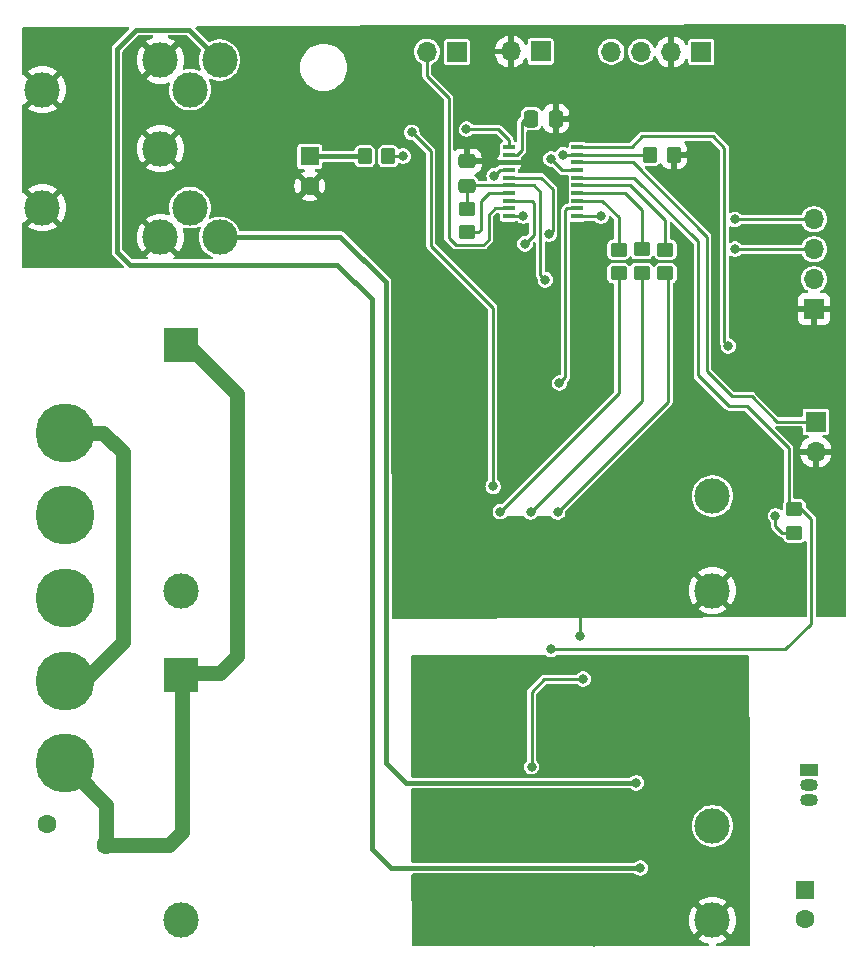
<source format=gbr>
%TF.GenerationSoftware,KiCad,Pcbnew,7.0.11-7.0.11~ubuntu22.04.1*%
%TF.CreationDate,2025-01-31T21:43:45-05:00*%
%TF.ProjectId,C64UltimatePSU,43363455-6c74-4696-9d61-74655053552e,rev?*%
%TF.SameCoordinates,Original*%
%TF.FileFunction,Copper,L1,Top*%
%TF.FilePolarity,Positive*%
%FSLAX46Y46*%
G04 Gerber Fmt 4.6, Leading zero omitted, Abs format (unit mm)*
G04 Created by KiCad (PCBNEW 7.0.11-7.0.11~ubuntu22.04.1) date 2025-01-31 21:43:45*
%MOMM*%
%LPD*%
G01*
G04 APERTURE LIST*
G04 Aperture macros list*
%AMRoundRect*
0 Rectangle with rounded corners*
0 $1 Rounding radius*
0 $2 $3 $4 $5 $6 $7 $8 $9 X,Y pos of 4 corners*
0 Add a 4 corners polygon primitive as box body*
4,1,4,$2,$3,$4,$5,$6,$7,$8,$9,$2,$3,0*
0 Add four circle primitives for the rounded corners*
1,1,$1+$1,$2,$3*
1,1,$1+$1,$4,$5*
1,1,$1+$1,$6,$7*
1,1,$1+$1,$8,$9*
0 Add four rect primitives between the rounded corners*
20,1,$1+$1,$2,$3,$4,$5,0*
20,1,$1+$1,$4,$5,$6,$7,0*
20,1,$1+$1,$6,$7,$8,$9,0*
20,1,$1+$1,$8,$9,$2,$3,0*%
G04 Aperture macros list end*
%TA.AperFunction,SMDPad,CuDef*%
%ADD10RoundRect,0.250000X0.337500X0.475000X-0.337500X0.475000X-0.337500X-0.475000X0.337500X-0.475000X0*%
%TD*%
%TA.AperFunction,ComponentPad*%
%ADD11R,1.600000X1.600000*%
%TD*%
%TA.AperFunction,ComponentPad*%
%ADD12C,1.600000*%
%TD*%
%TA.AperFunction,ComponentPad*%
%ADD13R,1.700000X1.700000*%
%TD*%
%TA.AperFunction,ComponentPad*%
%ADD14O,1.700000X1.700000*%
%TD*%
%TA.AperFunction,SMDPad,CuDef*%
%ADD15R,1.000000X0.400000*%
%TD*%
%TA.AperFunction,ComponentPad*%
%ADD16C,5.000000*%
%TD*%
%TA.AperFunction,ComponentPad*%
%ADD17R,3.000000X3.000000*%
%TD*%
%TA.AperFunction,ComponentPad*%
%ADD18C,3.000000*%
%TD*%
%TA.AperFunction,SMDPad,CuDef*%
%ADD19RoundRect,0.250000X-0.450000X0.350000X-0.450000X-0.350000X0.450000X-0.350000X0.450000X0.350000X0*%
%TD*%
%TA.AperFunction,SMDPad,CuDef*%
%ADD20RoundRect,0.250000X-0.475000X0.337500X-0.475000X-0.337500X0.475000X-0.337500X0.475000X0.337500X0*%
%TD*%
%TA.AperFunction,ComponentPad*%
%ADD21R,1.500000X1.050000*%
%TD*%
%TA.AperFunction,ComponentPad*%
%ADD22O,1.500000X1.050000*%
%TD*%
%TA.AperFunction,SMDPad,CuDef*%
%ADD23RoundRect,0.250000X-0.350000X-0.450000X0.350000X-0.450000X0.350000X0.450000X-0.350000X0.450000X0*%
%TD*%
%TA.AperFunction,SMDPad,CuDef*%
%ADD24RoundRect,0.250000X0.450000X-0.350000X0.450000X0.350000X-0.450000X0.350000X-0.450000X-0.350000X0*%
%TD*%
%TA.AperFunction,ViaPad*%
%ADD25C,0.800000*%
%TD*%
%TA.AperFunction,Conductor*%
%ADD26C,0.254000*%
%TD*%
%TA.AperFunction,Conductor*%
%ADD27C,0.250000*%
%TD*%
%TA.AperFunction,Conductor*%
%ADD28C,0.400000*%
%TD*%
%TA.AperFunction,Conductor*%
%ADD29C,1.270000*%
%TD*%
G04 APERTURE END LIST*
D10*
%TO.P,C9,1*%
%TO.N,GND*%
X148429800Y-59893200D03*
%TO.P,C9,2*%
%TO.N,Net-(IC1-VCL)*%
X146354800Y-59893200D03*
%TD*%
D11*
%TO.P,C4,1*%
%TO.N,+12V*%
X169545000Y-125185800D03*
D12*
%TO.P,C4,2*%
%TO.N,GND2*%
X169545000Y-127685800D03*
%TD*%
D13*
%TO.P,J4,1,Pin_1*%
%TO.N,GND*%
X170307000Y-76022200D03*
D14*
%TO.P,J4,2,Pin_2*%
%TO.N,+5V*%
X170307000Y-73482200D03*
%TO.P,J4,3,Pin_3*%
%TO.N,/5V/DISP_SCL*%
X170307000Y-70942200D03*
%TO.P,J4,4,Pin_4*%
%TO.N,/5V/DISP_SDA*%
X170307000Y-68402200D03*
%TD*%
D13*
%TO.P,J3,1,Pin_1*%
%TO.N,/5V/ON_OFF*%
X170434000Y-85547200D03*
D14*
%TO.P,J3,2,Pin_2*%
%TO.N,GND*%
X170434000Y-88087200D03*
%TD*%
D15*
%TO.P,IC1,1,P010/VREFH0*%
%TO.N,/5V/V5ADC*%
X144466400Y-62298200D03*
%TO.P,IC1,2,VCL*%
%TO.N,Net-(IC1-VCL)*%
X144466400Y-62948200D03*
%TO.P,IC1,3,VSS*%
%TO.N,GND*%
X144466400Y-63598200D03*
%TO.P,IC1,4,P213/X2/EXCLK/XCOUT*%
%TO.N,/5V/AUX2*%
X144466400Y-64248200D03*
%TO.P,IC1,5,P212/X1/XCIN*%
%TO.N,/5V/DISP_SDA*%
X144466400Y-64898200D03*
%TO.P,IC1,6,VCC*%
%TO.N,+5V*%
X144466400Y-65548200D03*
%TO.P,IC1,7,RES/P206*%
%TO.N,/5V/RESET*%
X144466400Y-66198200D03*
%TO.P,IC1,8,P201*%
%TO.N,/5V/DISP_SCL*%
X144466400Y-66848200D03*
%TO.P,IC1,9,P200*%
%TO.N,/5V/AUX1*%
X144466400Y-67498200D03*
%TO.P,IC1,10,P300/SWCLK*%
%TO.N,/5V/SWCLK*%
X144466400Y-68148200D03*
%TO.P,IC1,11,P108/SWDIO*%
%TO.N,/5V/SWDIO*%
X150266400Y-68148200D03*
%TO.P,IC1,12,P109*%
%TO.N,/5V/5V_EN*%
X150266400Y-67498200D03*
%TO.P,IC1,13,P110*%
%TO.N,Net-(IC1-P110)*%
X150266400Y-66848200D03*
%TO.P,IC1,14,P112*%
%TO.N,Net-(IC1-P112)*%
X150266400Y-66198200D03*
%TO.P,IC1,15,P102*%
%TO.N,Net-(IC1-P102)*%
X150266400Y-65548200D03*
%TO.P,IC1,16,P101*%
%TO.N,NFAULT*%
X150266400Y-64898200D03*
%TO.P,IC1,17,P100*%
%TO.N,/5V/SEL*%
X150266400Y-64248200D03*
%TO.P,IC1,18,P013*%
%TO.N,/5V/ON_OFF*%
X150266400Y-63598200D03*
%TO.P,IC1,19,P012*%
%TO.N,/5V/5VOADC*%
X150266400Y-62948200D03*
%TO.P,IC1,20,P011/VREFL0*%
%TO.N,/5V/5VIADC*%
X150266400Y-62298200D03*
%TD*%
D16*
%TO.P,H6,1,1*%
%TO.N,Net-(H3-Pad1)*%
X106880600Y-107479600D03*
%TD*%
D13*
%TO.P,J1,1,Pin_1*%
%TO.N,+5V*%
X160756600Y-54229000D03*
D14*
%TO.P,J1,2,Pin_2*%
%TO.N,GND*%
X158216600Y-54229000D03*
%TO.P,J1,3,Pin_3*%
%TO.N,/5V/SWDIO*%
X155676600Y-54229000D03*
%TO.P,J1,4,Pin_4*%
%TO.N,/5V/SWCLK*%
X153136600Y-54229000D03*
%TD*%
D17*
%TO.P,PS2,1,AC/L*%
%TO.N,AC_LINE*%
X116687600Y-79047400D03*
D18*
%TO.P,PS2,2,AC/N*%
%TO.N,AC_NEUTRAL*%
X116687600Y-99847400D03*
%TO.P,PS2,3,-Vo*%
%TO.N,GND*%
X161687600Y-99847400D03*
%TO.P,PS2,4,+Vo*%
%TO.N,+5V*%
X161687600Y-91847400D03*
%TD*%
%TO.P,J2,1*%
%TO.N,GND*%
X114960400Y-69933200D03*
X104960400Y-67433200D03*
X104960400Y-57433200D03*
%TO.P,J2,2*%
X114960400Y-62433200D03*
%TO.P,J2,3*%
X114960400Y-54933200D03*
%TO.P,J2,4*%
%TO.N,5V_OUT*%
X117460400Y-67433200D03*
%TO.P,J2,5*%
X117460400Y-57433200D03*
%TO.P,J2,6*%
%TO.N,AC_OUT2*%
X119960400Y-69933200D03*
%TO.P,J2,7*%
%TO.N,AC_OUT1*%
X119960400Y-54933200D03*
%TD*%
D16*
%TO.P,H4,1,1*%
%TO.N,AC_NEUTRAL*%
X106880600Y-100479600D03*
%TD*%
D13*
%TO.P,J5,1,Pin_1*%
%TO.N,/5V/AUX2*%
X140055600Y-54229000D03*
D14*
%TO.P,J5,2,Pin_2*%
%TO.N,/5V/AUX1*%
X137515600Y-54229000D03*
%TD*%
D19*
%TO.P,R20,1*%
%TO.N,+5V*%
X140944600Y-67519000D03*
%TO.P,R20,2*%
%TO.N,/5V/RESET*%
X140944600Y-69519000D03*
%TD*%
D16*
%TO.P,H3,1,1*%
%TO.N,Net-(H3-Pad1)*%
X106880600Y-86479600D03*
%TD*%
D19*
%TO.P,R19,1*%
%TO.N,Net-(IC1-P112)*%
X155702000Y-70948800D03*
%TO.P,R19,2*%
%TO.N,IN2*%
X155702000Y-72948800D03*
%TD*%
D20*
%TO.P,C12,1*%
%TO.N,GND*%
X140919200Y-63509700D03*
%TO.P,C12,2*%
%TO.N,+5V*%
X140919200Y-65584700D03*
%TD*%
D21*
%TO.P,IC6,1,VO*%
%TO.N,+5VA*%
X169875200Y-115062000D03*
D22*
%TO.P,IC6,2,GND*%
%TO.N,GND2*%
X169875200Y-116332000D03*
%TO.P,IC6,3,VI*%
%TO.N,+12V*%
X169875200Y-117602000D03*
%TD*%
D13*
%TO.P,JP2,1,A*%
%TO.N,/5V/SEL*%
X147142200Y-54203600D03*
D14*
%TO.P,JP2,2,B*%
%TO.N,GND*%
X144602200Y-54203600D03*
%TD*%
D11*
%TO.P,C16,1*%
%TO.N,5V_OUT*%
X127609600Y-63082800D03*
D12*
%TO.P,C16,2*%
%TO.N,GND*%
X127609600Y-65582800D03*
%TD*%
%TO.P,RV1,1*%
%TO.N,AC_NEUTRAL*%
X105380600Y-119579600D03*
%TO.P,RV1,2*%
%TO.N,AC_LINE*%
X110380600Y-121379600D03*
%TD*%
D23*
%TO.P,R22,1*%
%TO.N,5V_OUT*%
X132239000Y-63068200D03*
%TO.P,R22,2*%
%TO.N,/5V/5VOADC*%
X134239000Y-63068200D03*
%TD*%
D16*
%TO.P,H5,1,1*%
%TO.N,Earth*%
X106880600Y-93479600D03*
%TD*%
D23*
%TO.P,R23,1*%
%TO.N,/5V/5VOADC*%
X156419800Y-62941200D03*
%TO.P,R23,2*%
%TO.N,GND*%
X158419800Y-62941200D03*
%TD*%
D19*
%TO.P,R21,1*%
%TO.N,Net-(IC1-P102)*%
X157708600Y-70974200D03*
%TO.P,R21,2*%
%TO.N,NSLEEP*%
X157708600Y-72974200D03*
%TD*%
%TO.P,R18,1*%
%TO.N,Net-(IC1-P110)*%
X153746200Y-70974200D03*
%TO.P,R18,2*%
%TO.N,IN1*%
X153746200Y-72974200D03*
%TD*%
D16*
%TO.P,H7,1,1*%
%TO.N,AC_LINE*%
X106880600Y-114479600D03*
%TD*%
D17*
%TO.P,PS1,1,AC/L*%
%TO.N,AC_LINE*%
X116696400Y-106962000D03*
D18*
%TO.P,PS1,2,AC/N*%
%TO.N,AC_NEUTRAL*%
X116696400Y-127762000D03*
%TO.P,PS1,3,-Vo*%
%TO.N,GND2*%
X161696400Y-127762000D03*
%TO.P,PS1,4,+Vo*%
%TO.N,+12V*%
X161696400Y-119762000D03*
%TD*%
D24*
%TO.P,R16,1*%
%TO.N,+5V*%
X168630600Y-94954600D03*
%TO.P,R16,2*%
%TO.N,NFAULT*%
X168630600Y-92954600D03*
%TD*%
D25*
%TO.N,+5V*%
X167030400Y-93522800D03*
%TO.N,GND*%
X159359600Y-72847200D03*
X163703000Y-85090000D03*
X149834600Y-59867800D03*
%TO.N,/5V/SEL*%
X148018500Y-63309500D03*
%TO.N,/5V/5VIADC*%
X163042600Y-79146400D03*
%TO.N,GND2*%
X154827400Y-118135600D03*
X149544200Y-119024600D03*
X151638000Y-129565400D03*
X157099000Y-125272800D03*
X164388800Y-105740200D03*
X153873200Y-106095800D03*
X146761200Y-105714800D03*
X136652000Y-129540000D03*
X148463000Y-124231400D03*
X154852800Y-118999200D03*
X144830800Y-120421400D03*
X136601200Y-117068600D03*
X163322000Y-114909600D03*
X141655800Y-105714800D03*
X154852800Y-119812000D03*
X144221200Y-105714800D03*
X136601200Y-115214400D03*
X164414200Y-123012200D03*
X149544200Y-119837400D03*
X149544200Y-118211800D03*
X136601200Y-105740200D03*
%TO.N,GND*%
X140843000Y-59385200D03*
X159766000Y-62890400D03*
X145745200Y-80924400D03*
X142138400Y-88493600D03*
X136398000Y-71704200D03*
X150492600Y-103655000D03*
X136575800Y-101600000D03*
X144449800Y-69474800D03*
X163550600Y-66700400D03*
X150495000Y-93192600D03*
X127609600Y-60071000D03*
X151231600Y-72161400D03*
X141376400Y-93218000D03*
X172008800Y-52882800D03*
X140919200Y-62058000D03*
X163652200Y-72923400D03*
X144957800Y-90017600D03*
X143281400Y-63607400D03*
X145923000Y-63607400D03*
X165227000Y-92887800D03*
X136550400Y-83667600D03*
X146735800Y-99923600D03*
X159334200Y-83235800D03*
X172135800Y-101320600D03*
X149250400Y-99898200D03*
X148793200Y-84277200D03*
X147218400Y-77978000D03*
%TO.N,/5V/V5ADC*%
X140868400Y-60782200D03*
X136245600Y-61061600D03*
X143129000Y-91033600D03*
%TO.N,AC_OUT2*%
X155244800Y-116128800D03*
%TO.N,AC_OUT1*%
X155600400Y-123342400D03*
%TO.N,/5V/DISP_SCL*%
X163601400Y-70942200D03*
X145821400Y-70485000D03*
%TO.N,/5V/DISP_SDA*%
X147878800Y-69672200D03*
X163576000Y-68427600D03*
%TO.N,+5V*%
X147548600Y-73533000D03*
%TO.N,/5V/5V_EN*%
X148742400Y-82270600D03*
%TO.N,/5V/AUX2*%
X143205200Y-64719200D03*
%TO.N,NFAULT*%
X148005800Y-104825800D03*
%TO.N,/5V/5VOADC*%
X149047200Y-62941200D03*
X135509000Y-63068200D03*
%TO.N,/5V/SWCLK*%
X145694400Y-68148200D03*
%TO.N,/5V/SWDIO*%
X152273000Y-68148200D03*
%TO.N,IN1*%
X143738600Y-93167200D03*
%TO.N,IN2*%
X146291300Y-93205300D03*
%TO.N,NSLEEP*%
X148590000Y-93192600D03*
%TO.N,+5VA*%
X150749000Y-107340400D03*
X146380200Y-114757200D03*
%TD*%
D26*
%TO.N,/5V/5VIADC*%
X163042600Y-79146400D02*
X162687000Y-78790800D01*
X155752800Y-61391800D02*
X154846400Y-62298200D01*
X162687000Y-78790800D02*
X162687000Y-62357000D01*
X162687000Y-62357000D02*
X161721800Y-61391800D01*
X161721800Y-61391800D02*
X155752800Y-61391800D01*
X154846400Y-62298200D02*
X150266400Y-62298200D01*
%TO.N,/5V/V5ADC*%
X143129000Y-91033600D02*
X143102000Y-91006600D01*
X143102000Y-91006600D02*
X143102000Y-75893600D01*
X143102000Y-75893600D02*
X137845800Y-70637400D01*
X137845800Y-70637400D02*
X137845800Y-62661800D01*
X137845800Y-62661800D02*
X136245600Y-61061600D01*
%TO.N,/5V/AUX1*%
X144466400Y-67498200D02*
X143271000Y-67498200D01*
X143271000Y-67498200D02*
X142748000Y-68021200D01*
X142748000Y-68021200D02*
X142748000Y-70129400D01*
X137515600Y-56286400D02*
X137515600Y-54229000D01*
X142748000Y-70129400D02*
X142290800Y-70586600D01*
X142290800Y-70586600D02*
X139954000Y-70586600D01*
X139954000Y-70586600D02*
X139369800Y-70002400D01*
X139369800Y-70002400D02*
X139369800Y-58140600D01*
X139369800Y-58140600D02*
X137515600Y-56286400D01*
%TO.N,Net-(IC1-VCL)*%
X146354800Y-59893200D02*
X145846800Y-59893200D01*
X145179400Y-62948200D02*
X144466400Y-62948200D01*
X145846800Y-59893200D02*
X145567400Y-60172600D01*
X145567400Y-60172600D02*
X145567400Y-62560200D01*
X145567400Y-62560200D02*
X145179400Y-62948200D01*
D27*
%TO.N,+5V*%
X168630600Y-94954600D02*
X167624000Y-94954600D01*
X167624000Y-94954600D02*
X167030400Y-94361000D01*
X167030400Y-94361000D02*
X167030400Y-93522800D01*
%TO.N,NFAULT*%
X148005800Y-104825800D02*
X167868600Y-104825800D01*
X167868600Y-104825800D02*
X170053000Y-102641400D01*
X170053000Y-102641400D02*
X170053000Y-93776800D01*
X170053000Y-93776800D02*
X169230800Y-92954600D01*
X169230800Y-92954600D02*
X168630600Y-92954600D01*
D26*
%TO.N,/5V/ON_OFF*%
X150266400Y-63598200D02*
X154936600Y-63598200D01*
X154936600Y-63598200D02*
X161213800Y-69875400D01*
X161213800Y-69875400D02*
X161213800Y-81254600D01*
X161213800Y-81254600D02*
X163372800Y-83413600D01*
X165023800Y-83413600D02*
X167157400Y-85547200D01*
X163372800Y-83413600D02*
X165023800Y-83413600D01*
X167157400Y-85547200D02*
X170434000Y-85547200D01*
D27*
%TO.N,NFAULT*%
X160477200Y-76911200D02*
X160477200Y-81635600D01*
X160477200Y-81635600D02*
X163068000Y-84226400D01*
X163068000Y-84226400D02*
X164592000Y-84226400D01*
X164592000Y-84226400D02*
X168173400Y-87807800D01*
X168173400Y-87807800D02*
X168173400Y-92497400D01*
X168173400Y-92497400D02*
X168630600Y-92954600D01*
D26*
X160477200Y-76911200D02*
X160477200Y-70281800D01*
X155093600Y-64898200D02*
X150266400Y-64898200D01*
X160477200Y-70281800D02*
X155093600Y-64898200D01*
%TO.N,NSLEEP*%
X148590000Y-93192600D02*
X157937200Y-83845400D01*
X157937200Y-83845400D02*
X157937200Y-73202800D01*
X157937200Y-73202800D02*
X157708600Y-72974200D01*
%TO.N,IN1*%
X143738600Y-93167200D02*
X153746200Y-83159600D01*
X153746200Y-83159600D02*
X153746200Y-72974200D01*
%TO.N,IN2*%
X146291300Y-93205300D02*
X155702000Y-83794600D01*
X155702000Y-83794600D02*
X155702000Y-72948800D01*
D27*
%TO.N,/5V/SEL*%
X148957200Y-64248200D02*
X148018500Y-63309500D01*
D26*
%TO.N,Net-(IC1-P110)*%
X153746200Y-70974200D02*
X153746200Y-68224400D01*
X153746200Y-68224400D02*
X152370000Y-66848200D01*
X152370000Y-66848200D02*
X150266400Y-66848200D01*
%TO.N,Net-(IC1-P112)*%
X155702000Y-70948800D02*
X155702000Y-67640200D01*
X155702000Y-67640200D02*
X154260000Y-66198200D01*
X154260000Y-66198200D02*
X150266400Y-66198200D01*
%TO.N,Net-(IC1-P102)*%
X157708600Y-70974200D02*
X157708600Y-68503800D01*
X154753000Y-65548200D02*
X150266400Y-65548200D01*
X157708600Y-68503800D02*
X154753000Y-65548200D01*
%TO.N,GND*%
X150492600Y-103655000D02*
X150492600Y-101958000D01*
X150495000Y-101955600D02*
X150492600Y-101958000D01*
%TO.N,/5V/V5ADC*%
X143560800Y-60782200D02*
X144466400Y-61687800D01*
X140868400Y-60782200D02*
X143560800Y-60782200D01*
X144466400Y-61687800D02*
X144466400Y-62298200D01*
%TO.N,5V_OUT*%
X127624200Y-63068200D02*
X127609600Y-63082800D01*
D28*
X132239000Y-63068200D02*
X127624200Y-63068200D01*
D29*
%TO.N,AC_LINE*%
X116773000Y-106836900D02*
X116773000Y-120285200D01*
X119959700Y-106836900D02*
X116773000Y-106836900D01*
X116717500Y-78465100D02*
X121437400Y-83185000D01*
X115678600Y-121379600D02*
X110380600Y-121379600D01*
X110380600Y-121379600D02*
X110380600Y-117979600D01*
X110380600Y-117979600D02*
X106880600Y-114479600D01*
X121437400Y-105359200D02*
X119959700Y-106836900D01*
X116773000Y-120285200D02*
X115678600Y-121379600D01*
X116696800Y-78465100D02*
X116717500Y-78465100D01*
X121437400Y-83185000D02*
X121437400Y-105359200D01*
D28*
%TO.N,AC_OUT2*%
X130200400Y-69875400D02*
X134061200Y-73736200D01*
X119960400Y-69933200D02*
X120018200Y-69875400D01*
X134061200Y-73736200D02*
X134061200Y-114427000D01*
X120018200Y-69875400D02*
X130200400Y-69875400D01*
X135763000Y-116128800D02*
X155244800Y-116128800D01*
X134061200Y-114427000D02*
X135763000Y-116128800D01*
%TO.N,AC_OUT1*%
X112395000Y-72263000D02*
X129921000Y-72263000D01*
X119957200Y-54933200D02*
X117373400Y-52349400D01*
X134442200Y-123342400D02*
X155600400Y-123342400D01*
X129921000Y-72263000D02*
X132842000Y-75184000D01*
X111277400Y-53975000D02*
X111277400Y-71145400D01*
X117373400Y-52349400D02*
X112903000Y-52349400D01*
X132842000Y-121742200D02*
X134442200Y-123342400D01*
X112903000Y-52349400D02*
X111277400Y-53975000D01*
X111277400Y-71145400D02*
X112395000Y-72263000D01*
X132842000Y-75184000D02*
X132842000Y-121742200D01*
X119960400Y-54933200D02*
X119957200Y-54933200D01*
D26*
%TO.N,/5V/DISP_SCL*%
X163601400Y-70942200D02*
X170307000Y-70942200D01*
X146583400Y-67056000D02*
X146375600Y-66848200D01*
X146375600Y-66848200D02*
X144466400Y-66848200D01*
X146583400Y-69723000D02*
X146583400Y-67056000D01*
X145821400Y-70485000D02*
X146583400Y-69723000D01*
%TO.N,/5V/DISP_SDA*%
X148158200Y-65862200D02*
X147194200Y-64898200D01*
X147878800Y-69672200D02*
X148158200Y-69392800D01*
X163576000Y-68427600D02*
X163601400Y-68402200D01*
X163601400Y-68402200D02*
X170307000Y-68402200D01*
X147194200Y-64898200D02*
X144466400Y-64898200D01*
X148158200Y-69392800D02*
X148158200Y-65862200D01*
%TO.N,+5V*%
X140919200Y-65584700D02*
X140919200Y-67493600D01*
X146574200Y-65548200D02*
X144466400Y-65548200D01*
X147548600Y-73533000D02*
X147116800Y-73101200D01*
X144466400Y-65548200D02*
X140955700Y-65548200D01*
X140955700Y-65548200D02*
X140919200Y-65584700D01*
X140919200Y-67493600D02*
X140944600Y-67519000D01*
X147116800Y-73101200D02*
X147116800Y-66090800D01*
X147116800Y-66090800D02*
X146574200Y-65548200D01*
D29*
%TO.N,Net-(H3-Pad1)*%
X110101600Y-86479600D02*
X111760000Y-88138000D01*
X106880600Y-86479600D02*
X110101600Y-86479600D01*
X111760000Y-104241600D02*
X108522000Y-107479600D01*
X111760000Y-88138000D02*
X111760000Y-104241600D01*
X108522000Y-107479600D02*
X106880600Y-107479600D01*
D26*
%TO.N,/5V/5V_EN*%
X149417800Y-67498200D02*
X149250400Y-67665600D01*
X150266400Y-67498200D02*
X149417800Y-67498200D01*
X149225000Y-67691000D02*
X149225000Y-69824600D01*
X149225000Y-69824600D02*
X149225000Y-81788000D01*
X149250400Y-67665600D02*
X149225000Y-67691000D01*
X149225000Y-81788000D02*
X148742400Y-82270600D01*
%TO.N,/5V/AUX2*%
X144466400Y-64248200D02*
X143676200Y-64248200D01*
X143676200Y-64248200D02*
X143205200Y-64719200D01*
%TO.N,/5V/SEL*%
X150266400Y-64248200D02*
X148957200Y-64248200D01*
%TO.N,/5V/5VOADC*%
X150259400Y-62941200D02*
X150266400Y-62948200D01*
X156419800Y-62941200D02*
X150273400Y-62941200D01*
X150273400Y-62941200D02*
X150266400Y-62948200D01*
X149047200Y-62941200D02*
X150259400Y-62941200D01*
X134239000Y-63068200D02*
X135509000Y-63068200D01*
%TO.N,/5V/RESET*%
X141883600Y-69519000D02*
X140944600Y-69519000D01*
X141884400Y-69519800D02*
X141883600Y-69519000D01*
X144466400Y-66198200D02*
X142767600Y-66198200D01*
X142113000Y-69291200D02*
X141884400Y-69519800D01*
X142767600Y-66198200D02*
X142113000Y-66852800D01*
X142113000Y-66852800D02*
X142113000Y-69291200D01*
%TO.N,/5V/SWCLK*%
X145694400Y-68148200D02*
X144466400Y-68148200D01*
%TO.N,/5V/SWDIO*%
X150266400Y-68148200D02*
X152273000Y-68148200D01*
%TO.N,+5VA*%
X147472400Y-107340400D02*
X150749000Y-107340400D01*
X146380200Y-108432600D02*
X147472400Y-107340400D01*
X146380200Y-114757200D02*
X146380200Y-108432600D01*
%TD*%
%TA.AperFunction,Conductor*%
%TO.N,GND2*%
G36*
X147583882Y-105328402D02*
G01*
X147599312Y-105340086D01*
X147631271Y-105368399D01*
X147631272Y-105368399D01*
X147631274Y-105368401D01*
X147657296Y-105382058D01*
X147772007Y-105442263D01*
X147926329Y-105480300D01*
X147926330Y-105480300D01*
X148085270Y-105480300D01*
X148085271Y-105480300D01*
X148239593Y-105442263D01*
X148380329Y-105368399D01*
X148412285Y-105340087D01*
X148476538Y-105309887D01*
X148495839Y-105308400D01*
X164669743Y-105308400D01*
X164737864Y-105328402D01*
X164784357Y-105382058D01*
X164795741Y-105433855D01*
X164839434Y-115548560D01*
X164845999Y-117068368D01*
X164846000Y-117068912D01*
X164846000Y-129845800D01*
X164825998Y-129913921D01*
X164772342Y-129960414D01*
X164720000Y-129971800D01*
X162118960Y-129971800D01*
X162050839Y-129951798D01*
X162004346Y-129898142D01*
X161994242Y-129827868D01*
X162023736Y-129763288D01*
X162083462Y-129724904D01*
X162092177Y-129722679D01*
X162261302Y-129685888D01*
X162529351Y-129585911D01*
X162780443Y-129448805D01*
X162922961Y-129342115D01*
X162922962Y-129342115D01*
X162022346Y-128441498D01*
X162035291Y-128436787D01*
X162181773Y-128340445D01*
X162302088Y-128212918D01*
X162374847Y-128086894D01*
X163276515Y-128988562D01*
X163276515Y-128988561D01*
X163383205Y-128846043D01*
X163520311Y-128594951D01*
X163620288Y-128326902D01*
X163681100Y-128047353D01*
X163701508Y-127762000D01*
X163681100Y-127476646D01*
X163620288Y-127197097D01*
X163520311Y-126929048D01*
X163383202Y-126677952D01*
X163276516Y-126535437D01*
X163276515Y-126535436D01*
X162373595Y-127438356D01*
X162350341Y-127384447D01*
X162245644Y-127243815D01*
X162111338Y-127131118D01*
X162019733Y-127085112D01*
X162922962Y-126181883D01*
X162922961Y-126181882D01*
X162780447Y-126075197D01*
X162529350Y-125938088D01*
X162529351Y-125938088D01*
X162261302Y-125838111D01*
X161981753Y-125777299D01*
X161696400Y-125756891D01*
X161411046Y-125777299D01*
X161131497Y-125838111D01*
X160863448Y-125938088D01*
X160612360Y-126075192D01*
X160469836Y-126181883D01*
X161370454Y-127082501D01*
X161357509Y-127087213D01*
X161211027Y-127183555D01*
X161090712Y-127311082D01*
X161017952Y-127437105D01*
X160116283Y-126535436D01*
X160009592Y-126677960D01*
X159872488Y-126929048D01*
X159772511Y-127197097D01*
X159711699Y-127476646D01*
X159691291Y-127762000D01*
X159711699Y-128047353D01*
X159772511Y-128326902D01*
X159872488Y-128594951D01*
X160009597Y-128846047D01*
X160116282Y-128988561D01*
X160116283Y-128988562D01*
X161019203Y-128085641D01*
X161042459Y-128139553D01*
X161147156Y-128280185D01*
X161281462Y-128392882D01*
X161373065Y-128438886D01*
X160469836Y-129342115D01*
X160469837Y-129342116D01*
X160612352Y-129448802D01*
X160863449Y-129585911D01*
X160863448Y-129585911D01*
X161131497Y-129685888D01*
X161300623Y-129722679D01*
X161362935Y-129756705D01*
X161396960Y-129819017D01*
X161391896Y-129889832D01*
X161349349Y-129946668D01*
X161282829Y-129971479D01*
X161273840Y-129971800D01*
X136345941Y-129971800D01*
X136277820Y-129951798D01*
X136231327Y-129898142D01*
X136219941Y-129846060D01*
X136216812Y-128326902D01*
X136207741Y-123923158D01*
X136227603Y-123854998D01*
X136281163Y-123808394D01*
X136333741Y-123796900D01*
X155078642Y-123796900D01*
X155146763Y-123816902D01*
X155162196Y-123828587D01*
X155225871Y-123884999D01*
X155225873Y-123885000D01*
X155225874Y-123885001D01*
X155298577Y-123923158D01*
X155366607Y-123958863D01*
X155520929Y-123996900D01*
X155520930Y-123996900D01*
X155679870Y-123996900D01*
X155679871Y-123996900D01*
X155834193Y-123958863D01*
X155974929Y-123884999D01*
X156093898Y-123779601D01*
X156184187Y-123648795D01*
X156240549Y-123500182D01*
X156240549Y-123500181D01*
X156240550Y-123500179D01*
X156259707Y-123342403D01*
X156259707Y-123342396D01*
X156240550Y-123184620D01*
X156226938Y-123148731D01*
X156184187Y-123036005D01*
X156093898Y-122905199D01*
X155974929Y-122799801D01*
X155974928Y-122799800D01*
X155974925Y-122799798D01*
X155834197Y-122725939D01*
X155834195Y-122725938D01*
X155834193Y-122725937D01*
X155834191Y-122725936D01*
X155834190Y-122725936D01*
X155679872Y-122687900D01*
X155679871Y-122687900D01*
X155520929Y-122687900D01*
X155520927Y-122687900D01*
X155366609Y-122725936D01*
X155366602Y-122725939D01*
X155225874Y-122799798D01*
X155225870Y-122799802D01*
X155162195Y-122856213D01*
X155097942Y-122886413D01*
X155078642Y-122887900D01*
X136331350Y-122887900D01*
X136263229Y-122867898D01*
X136216736Y-122814242D01*
X136205350Y-122762160D01*
X136202784Y-121516500D01*
X136199170Y-119762000D01*
X159936980Y-119762000D01*
X159956631Y-120024231D01*
X160015146Y-120280599D01*
X160015147Y-120280602D01*
X160111213Y-120525377D01*
X160111215Y-120525381D01*
X160242696Y-120753113D01*
X160406657Y-120958714D01*
X160548826Y-121090626D01*
X160599420Y-121137570D01*
X160599426Y-121137574D01*
X160816680Y-121285696D01*
X160816687Y-121285700D01*
X160816690Y-121285702D01*
X161053612Y-121399798D01*
X161274307Y-121467873D01*
X161304885Y-121477306D01*
X161304892Y-121477308D01*
X161564918Y-121516500D01*
X161564922Y-121516500D01*
X161827878Y-121516500D01*
X161827882Y-121516500D01*
X162087908Y-121477308D01*
X162339188Y-121399798D01*
X162576110Y-121285702D01*
X162793380Y-121137570D01*
X162986146Y-120958710D01*
X163150101Y-120753117D01*
X163281583Y-120525384D01*
X163377654Y-120280598D01*
X163436169Y-120024228D01*
X163455820Y-119762000D01*
X163436169Y-119499772D01*
X163377654Y-119243402D01*
X163372354Y-119229899D01*
X163281586Y-118998622D01*
X163281584Y-118998618D01*
X163150103Y-118770886D01*
X162986142Y-118565285D01*
X162793385Y-118386435D01*
X162793380Y-118386430D01*
X162793373Y-118386425D01*
X162576119Y-118238303D01*
X162576112Y-118238299D01*
X162339193Y-118124204D01*
X162339190Y-118124203D01*
X162339188Y-118124202D01*
X162251296Y-118097090D01*
X162087914Y-118046693D01*
X162087909Y-118046692D01*
X162087908Y-118046692D01*
X161827882Y-118007500D01*
X161564918Y-118007500D01*
X161304892Y-118046692D01*
X161304891Y-118046692D01*
X161304885Y-118046693D01*
X161053606Y-118124204D01*
X160816687Y-118238299D01*
X160816680Y-118238303D01*
X160599426Y-118386425D01*
X160599414Y-118386435D01*
X160406657Y-118565285D01*
X160242696Y-118770886D01*
X160111215Y-118998618D01*
X160111213Y-118998622D01*
X160015147Y-119243397D01*
X160015146Y-119243400D01*
X159956631Y-119499768D01*
X159936980Y-119762000D01*
X136199170Y-119762000D01*
X136192883Y-116709558D01*
X136212745Y-116641398D01*
X136266305Y-116594794D01*
X136318883Y-116583300D01*
X154723042Y-116583300D01*
X154791163Y-116603302D01*
X154806596Y-116614987D01*
X154870271Y-116671399D01*
X154870273Y-116671400D01*
X154870274Y-116671401D01*
X154942977Y-116709558D01*
X155011007Y-116745263D01*
X155165329Y-116783300D01*
X155165330Y-116783300D01*
X155324270Y-116783300D01*
X155324271Y-116783300D01*
X155478593Y-116745263D01*
X155619329Y-116671399D01*
X155738298Y-116566001D01*
X155828587Y-116435195D01*
X155884949Y-116286582D01*
X155884949Y-116286581D01*
X155884950Y-116286579D01*
X155904107Y-116128803D01*
X155904107Y-116128796D01*
X155884950Y-115971020D01*
X155871338Y-115935131D01*
X155828587Y-115822405D01*
X155738298Y-115691599D01*
X155619329Y-115586201D01*
X155619328Y-115586200D01*
X155619325Y-115586198D01*
X155478597Y-115512339D01*
X155478595Y-115512338D01*
X155478593Y-115512337D01*
X155478591Y-115512336D01*
X155478590Y-115512336D01*
X155324272Y-115474300D01*
X155324271Y-115474300D01*
X155165329Y-115474300D01*
X155165327Y-115474300D01*
X155011009Y-115512336D01*
X155011002Y-115512339D01*
X154870274Y-115586198D01*
X154870270Y-115586202D01*
X154806595Y-115642613D01*
X154742342Y-115672813D01*
X154723042Y-115674300D01*
X136316492Y-115674300D01*
X136248371Y-115654298D01*
X136201878Y-115600642D01*
X136190492Y-115548560D01*
X136188862Y-114757203D01*
X145720893Y-114757203D01*
X145740049Y-114914979D01*
X145788647Y-115043119D01*
X145796413Y-115063595D01*
X145886702Y-115194401D01*
X146005671Y-115299799D01*
X146005672Y-115299799D01*
X146005674Y-115299801D01*
X146080400Y-115339020D01*
X146146407Y-115373663D01*
X146300729Y-115411700D01*
X146300730Y-115411700D01*
X146459670Y-115411700D01*
X146459671Y-115411700D01*
X146613993Y-115373663D01*
X146754729Y-115299799D01*
X146873698Y-115194401D01*
X146963987Y-115063595D01*
X147020349Y-114914982D01*
X147020349Y-114914981D01*
X147020350Y-114914979D01*
X147039507Y-114757203D01*
X147039507Y-114757196D01*
X147020350Y-114599420D01*
X147006738Y-114563531D01*
X146963987Y-114450805D01*
X146873698Y-114319999D01*
X146873695Y-114319996D01*
X146873696Y-114319996D01*
X146804146Y-114258380D01*
X146766421Y-114198235D01*
X146761700Y-114164068D01*
X146761700Y-108642813D01*
X146781702Y-108574692D01*
X146798605Y-108553717D01*
X147593519Y-107758804D01*
X147655831Y-107724779D01*
X147682614Y-107721900D01*
X150150924Y-107721900D01*
X150219045Y-107741902D01*
X150250235Y-107772080D01*
X150250446Y-107771894D01*
X150252861Y-107774620D01*
X150254616Y-107776318D01*
X150255502Y-107777601D01*
X150374471Y-107882999D01*
X150374472Y-107882999D01*
X150374474Y-107883001D01*
X150449200Y-107922220D01*
X150515207Y-107956863D01*
X150669529Y-107994900D01*
X150669530Y-107994900D01*
X150828470Y-107994900D01*
X150828471Y-107994900D01*
X150982793Y-107956863D01*
X151123529Y-107882999D01*
X151242498Y-107777601D01*
X151332787Y-107646795D01*
X151389149Y-107498182D01*
X151389149Y-107498181D01*
X151389150Y-107498179D01*
X151408307Y-107340403D01*
X151408307Y-107340396D01*
X151389150Y-107182620D01*
X151375538Y-107146731D01*
X151332787Y-107034005D01*
X151242498Y-106903199D01*
X151123529Y-106797801D01*
X151123528Y-106797800D01*
X151123525Y-106797798D01*
X150982797Y-106723939D01*
X150982795Y-106723938D01*
X150982793Y-106723937D01*
X150982791Y-106723936D01*
X150982790Y-106723936D01*
X150828472Y-106685900D01*
X150828471Y-106685900D01*
X150669529Y-106685900D01*
X150669527Y-106685900D01*
X150515209Y-106723936D01*
X150515202Y-106723939D01*
X150374474Y-106797798D01*
X150374469Y-106797802D01*
X150255500Y-106903201D01*
X150255499Y-106903201D01*
X150254616Y-106904482D01*
X150253728Y-106905201D01*
X150250446Y-106908906D01*
X150249829Y-106908360D01*
X150199455Y-106949179D01*
X150150924Y-106958900D01*
X147525034Y-106958900D01*
X147499175Y-106956218D01*
X147488380Y-106953954D01*
X147456479Y-106957932D01*
X147440892Y-106958900D01*
X147440784Y-106958900D01*
X147419961Y-106962374D01*
X147414815Y-106963124D01*
X147362038Y-106969703D01*
X147354400Y-106971977D01*
X147346813Y-106974582D01*
X147300060Y-106999883D01*
X147295435Y-107002264D01*
X147247653Y-107025624D01*
X147241143Y-107030272D01*
X147234833Y-107035184D01*
X147198806Y-107074318D01*
X147195203Y-107078073D01*
X146147655Y-108125620D01*
X146127482Y-108142004D01*
X146118241Y-108148041D01*
X146098490Y-108173417D01*
X146088180Y-108185095D01*
X146088091Y-108185183D01*
X146088088Y-108185187D01*
X146075812Y-108202380D01*
X146072703Y-108206550D01*
X146040042Y-108248513D01*
X146036230Y-108255558D01*
X146032725Y-108262727D01*
X146017549Y-108313700D01*
X146015962Y-108318654D01*
X145998699Y-108368942D01*
X145997384Y-108376818D01*
X145996394Y-108384760D01*
X145998592Y-108437872D01*
X145998700Y-108443080D01*
X145998700Y-114164068D01*
X145978698Y-114232189D01*
X145956254Y-114258380D01*
X145886704Y-114319996D01*
X145796415Y-114450801D01*
X145796412Y-114450807D01*
X145740049Y-114599420D01*
X145720893Y-114757196D01*
X145720893Y-114757203D01*
X136188862Y-114757203D01*
X136174480Y-107774620D01*
X136169660Y-105434659D01*
X136189522Y-105366498D01*
X136243082Y-105319894D01*
X136295660Y-105308400D01*
X147515761Y-105308400D01*
X147583882Y-105328402D01*
G37*
%TD.AperFunction*%
%TD*%
%TA.AperFunction,Conductor*%
%TO.N,GND*%
G36*
X172941212Y-51937771D02*
G01*
X172987861Y-51991291D01*
X172999400Y-52043967D01*
X172999400Y-101982498D01*
X172979398Y-102050619D01*
X172925742Y-102097112D01*
X172873899Y-102108497D01*
X170558999Y-102117670D01*
X170490800Y-102097938D01*
X170444095Y-102044467D01*
X170432500Y-101991671D01*
X170432500Y-93829222D01*
X170435182Y-93803362D01*
X170437418Y-93792700D01*
X170433468Y-93761010D01*
X170432500Y-93745424D01*
X170432500Y-93745362D01*
X170432500Y-93745357D01*
X170429042Y-93724638D01*
X170428296Y-93719527D01*
X170421752Y-93667017D01*
X170421750Y-93667014D01*
X170419485Y-93659405D01*
X170416900Y-93651876D01*
X170416900Y-93651873D01*
X170411829Y-93642502D01*
X170391734Y-93605368D01*
X170389350Y-93600738D01*
X170366126Y-93553232D01*
X170366124Y-93553230D01*
X170366124Y-93553229D01*
X170361521Y-93546782D01*
X170356621Y-93540486D01*
X170337412Y-93522803D01*
X170317714Y-93504669D01*
X170313957Y-93501063D01*
X169622004Y-92809110D01*
X169587978Y-92746798D01*
X169585099Y-92720015D01*
X169585099Y-92556353D01*
X169585099Y-92556346D01*
X169578640Y-92496258D01*
X169527942Y-92360333D01*
X169441004Y-92244196D01*
X169324867Y-92157258D01*
X169324865Y-92157257D01*
X169324866Y-92157257D01*
X169188949Y-92106562D01*
X169188944Y-92106560D01*
X169188942Y-92106560D01*
X169181431Y-92105752D01*
X169128862Y-92100100D01*
X169128855Y-92100100D01*
X168678900Y-92100100D01*
X168610779Y-92080098D01*
X168564286Y-92026442D01*
X168552900Y-91974100D01*
X168552900Y-87860222D01*
X168555582Y-87834362D01*
X168557818Y-87823698D01*
X168553868Y-87792010D01*
X168552900Y-87776424D01*
X168552900Y-87776362D01*
X168552900Y-87776357D01*
X168549442Y-87755638D01*
X168548696Y-87750527D01*
X168542152Y-87698017D01*
X168542150Y-87698014D01*
X168539885Y-87690405D01*
X168537300Y-87682876D01*
X168537300Y-87682873D01*
X168537298Y-87682869D01*
X168512134Y-87636368D01*
X168509750Y-87631738D01*
X168505826Y-87623711D01*
X168486526Y-87584232D01*
X168486524Y-87584230D01*
X168486524Y-87584229D01*
X168481921Y-87577782D01*
X168477021Y-87571486D01*
X168438114Y-87535669D01*
X168434357Y-87532063D01*
X167047387Y-86145093D01*
X167013361Y-86082781D01*
X167018426Y-86011966D01*
X167060973Y-85955130D01*
X167127493Y-85930319D01*
X167131236Y-85930108D01*
X167157465Y-85929023D01*
X167162676Y-85928808D01*
X167167880Y-85928700D01*
X169203501Y-85928700D01*
X169271622Y-85948702D01*
X169318115Y-86002358D01*
X169329501Y-86054700D01*
X169329501Y-86422272D01*
X169344265Y-86496500D01*
X169400516Y-86580684D01*
X169484697Y-86636933D01*
X169484699Y-86636934D01*
X169558933Y-86651700D01*
X169749720Y-86651699D01*
X169817838Y-86671701D01*
X169864331Y-86725356D01*
X169874436Y-86795630D01*
X169844943Y-86860211D01*
X169802970Y-86891893D01*
X169756422Y-86913599D01*
X169562925Y-87049087D01*
X169562919Y-87049092D01*
X169395892Y-87216119D01*
X169395887Y-87216125D01*
X169260400Y-87409621D01*
X169160570Y-87623706D01*
X169160568Y-87623711D01*
X169103363Y-87837200D01*
X170000314Y-87837200D01*
X169974507Y-87877356D01*
X169934000Y-88015311D01*
X169934000Y-88159089D01*
X169974507Y-88297044D01*
X170000314Y-88337200D01*
X169103364Y-88337200D01*
X169160568Y-88550688D01*
X169160570Y-88550693D01*
X169260399Y-88764777D01*
X169260400Y-88764779D01*
X169395886Y-88958273D01*
X169395893Y-88958282D01*
X169562917Y-89125306D01*
X169562926Y-89125313D01*
X169756420Y-89260799D01*
X169756422Y-89260800D01*
X169970506Y-89360629D01*
X169970510Y-89360631D01*
X170184000Y-89417835D01*
X170184000Y-88522701D01*
X170291685Y-88571880D01*
X170398237Y-88587200D01*
X170469763Y-88587200D01*
X170576315Y-88571880D01*
X170684000Y-88522701D01*
X170684000Y-89417834D01*
X170897489Y-89360631D01*
X170897493Y-89360629D01*
X171111577Y-89260800D01*
X171111579Y-89260799D01*
X171305073Y-89125313D01*
X171305082Y-89125306D01*
X171472106Y-88958282D01*
X171472113Y-88958273D01*
X171607599Y-88764779D01*
X171607600Y-88764777D01*
X171707429Y-88550693D01*
X171707431Y-88550688D01*
X171764636Y-88337200D01*
X170867686Y-88337200D01*
X170893493Y-88297044D01*
X170934000Y-88159089D01*
X170934000Y-88015311D01*
X170893493Y-87877356D01*
X170867686Y-87837200D01*
X171764636Y-87837200D01*
X171707431Y-87623711D01*
X171707429Y-87623706D01*
X171607599Y-87409621D01*
X171472112Y-87216125D01*
X171305076Y-87049088D01*
X171305073Y-87049086D01*
X171111579Y-86913600D01*
X171111577Y-86913599D01*
X171065030Y-86891894D01*
X171011745Y-86844977D01*
X170992284Y-86776700D01*
X171012826Y-86708740D01*
X171066848Y-86662674D01*
X171118279Y-86651699D01*
X171309066Y-86651699D01*
X171309069Y-86651698D01*
X171309073Y-86651698D01*
X171358326Y-86641901D01*
X171383301Y-86636934D01*
X171467484Y-86580684D01*
X171523734Y-86496501D01*
X171538500Y-86422267D01*
X171538499Y-84672134D01*
X171538498Y-84672130D01*
X171538498Y-84672126D01*
X171523734Y-84597899D01*
X171478828Y-84530693D01*
X171467484Y-84513716D01*
X171467483Y-84513715D01*
X171383302Y-84457466D01*
X171309067Y-84442700D01*
X169558936Y-84442700D01*
X169558926Y-84442701D01*
X169484699Y-84457465D01*
X169400515Y-84513716D01*
X169344266Y-84597897D01*
X169329500Y-84672130D01*
X169329500Y-85039700D01*
X169309498Y-85107821D01*
X169255842Y-85154314D01*
X169203500Y-85165700D01*
X167367612Y-85165700D01*
X167299491Y-85145698D01*
X167278517Y-85128795D01*
X165330780Y-83181057D01*
X165314391Y-83160876D01*
X165308360Y-83151644D01*
X165308359Y-83151643D01*
X165282986Y-83131895D01*
X165271282Y-83121558D01*
X165271217Y-83121493D01*
X165271209Y-83121486D01*
X165253983Y-83109187D01*
X165249872Y-83106121D01*
X165220724Y-83083434D01*
X165207883Y-83073440D01*
X165200864Y-83069642D01*
X165193672Y-83066126D01*
X165193670Y-83066125D01*
X165193667Y-83066124D01*
X165142708Y-83050952D01*
X165137750Y-83049364D01*
X165087464Y-83032101D01*
X165087463Y-83032100D01*
X165087461Y-83032100D01*
X165087458Y-83032100D01*
X165079548Y-83030779D01*
X165071642Y-83029794D01*
X165020775Y-83031899D01*
X165018525Y-83031992D01*
X165013320Y-83032100D01*
X163583012Y-83032100D01*
X163514891Y-83012098D01*
X163493917Y-82995195D01*
X161632205Y-81133482D01*
X161598179Y-81071170D01*
X161595300Y-81044387D01*
X161595300Y-69928033D01*
X161597982Y-69902173D01*
X161598375Y-69900302D01*
X161600245Y-69891383D01*
X161600134Y-69890496D01*
X161596268Y-69859478D01*
X161595300Y-69843891D01*
X161595300Y-69843788D01*
X161591824Y-69822960D01*
X161591077Y-69817840D01*
X161584496Y-69765039D01*
X161584495Y-69765037D01*
X161584495Y-69765035D01*
X161582217Y-69757385D01*
X161579618Y-69749814D01*
X161554319Y-69703066D01*
X161551935Y-69698435D01*
X161538507Y-69670968D01*
X161528576Y-69650654D01*
X161528575Y-69650653D01*
X161523927Y-69644142D01*
X161519021Y-69637839D01*
X161479881Y-69601808D01*
X161476124Y-69598202D01*
X155988717Y-64110794D01*
X155954691Y-64048482D01*
X155959756Y-63977667D01*
X156002303Y-63920831D01*
X156068823Y-63896020D01*
X156077785Y-63895699D01*
X156818054Y-63895699D01*
X156878142Y-63889240D01*
X157014067Y-63838542D01*
X157130204Y-63751604D01*
X157173215Y-63694146D01*
X157230050Y-63651599D01*
X157300865Y-63646533D01*
X157363178Y-63680557D01*
X157380226Y-63704916D01*
X157381590Y-63704076D01*
X157477483Y-63859544D01*
X157477488Y-63859550D01*
X157601449Y-63983511D01*
X157601455Y-63983516D01*
X157750677Y-64075557D01*
X157917108Y-64130706D01*
X158019812Y-64141199D01*
X158169800Y-64141199D01*
X158169800Y-63191200D01*
X158669800Y-63191200D01*
X158669800Y-64141199D01*
X158819778Y-64141199D01*
X158922491Y-64130706D01*
X159088922Y-64075557D01*
X159238144Y-63983516D01*
X159238150Y-63983511D01*
X159362111Y-63859550D01*
X159362116Y-63859544D01*
X159454157Y-63710322D01*
X159509306Y-63543891D01*
X159519799Y-63441187D01*
X159519800Y-63441187D01*
X159519800Y-63191200D01*
X158669800Y-63191200D01*
X158169800Y-63191200D01*
X158169800Y-62817200D01*
X158189802Y-62749079D01*
X158243458Y-62702586D01*
X158295800Y-62691200D01*
X159519799Y-62691200D01*
X159519799Y-62441221D01*
X159509306Y-62338508D01*
X159454157Y-62172077D01*
X159362116Y-62022855D01*
X159362111Y-62022849D01*
X159327657Y-61988395D01*
X159293631Y-61926083D01*
X159298696Y-61855268D01*
X159341243Y-61798432D01*
X159407763Y-61773621D01*
X159416752Y-61773300D01*
X161511588Y-61773300D01*
X161579709Y-61793302D01*
X161600683Y-61810205D01*
X162268595Y-62478117D01*
X162302621Y-62540429D01*
X162305500Y-62567212D01*
X162305500Y-78738166D01*
X162302818Y-78764023D01*
X162300554Y-78774816D01*
X162304532Y-78806721D01*
X162305500Y-78822308D01*
X162305500Y-78822413D01*
X162308975Y-78843241D01*
X162309725Y-78848390D01*
X162316303Y-78901157D01*
X162318588Y-78908832D01*
X162321180Y-78916381D01*
X162321181Y-78916384D01*
X162321182Y-78916386D01*
X162329500Y-78931756D01*
X162346492Y-78963155D01*
X162348874Y-78967784D01*
X162376809Y-79024926D01*
X162373309Y-79026636D01*
X162390133Y-79075065D01*
X162389364Y-79096391D01*
X162383294Y-79146396D01*
X162383293Y-79146403D01*
X162402449Y-79304179D01*
X162451047Y-79432319D01*
X162458813Y-79452795D01*
X162549102Y-79583601D01*
X162668071Y-79688999D01*
X162668072Y-79688999D01*
X162668074Y-79689001D01*
X162742800Y-79728220D01*
X162808807Y-79762863D01*
X162963129Y-79800900D01*
X162963130Y-79800900D01*
X163122070Y-79800900D01*
X163122071Y-79800900D01*
X163276393Y-79762863D01*
X163417129Y-79688999D01*
X163536098Y-79583601D01*
X163626387Y-79452795D01*
X163682749Y-79304182D01*
X163682749Y-79304181D01*
X163682750Y-79304179D01*
X163701907Y-79146403D01*
X163701907Y-79146396D01*
X163682750Y-78988620D01*
X163649579Y-78901157D01*
X163626387Y-78840005D01*
X163536098Y-78709199D01*
X163417129Y-78603801D01*
X163417128Y-78603800D01*
X163417125Y-78603798D01*
X163276397Y-78529939D01*
X163276396Y-78529938D01*
X163276393Y-78529937D01*
X163276389Y-78529936D01*
X163276384Y-78529934D01*
X163164345Y-78502318D01*
X163102991Y-78466595D01*
X163070690Y-78403372D01*
X163068500Y-78379980D01*
X163068500Y-76920040D01*
X168957000Y-76920040D01*
X168963400Y-76979571D01*
X169013647Y-77114289D01*
X169099810Y-77229389D01*
X169214910Y-77315552D01*
X169349628Y-77365799D01*
X169409159Y-77372199D01*
X169409176Y-77372200D01*
X170057000Y-77372200D01*
X170057000Y-76457701D01*
X170164685Y-76506880D01*
X170271237Y-76522200D01*
X170342763Y-76522200D01*
X170449315Y-76506880D01*
X170557000Y-76457701D01*
X170557000Y-77372200D01*
X171204824Y-77372200D01*
X171204840Y-77372199D01*
X171264371Y-77365799D01*
X171399089Y-77315552D01*
X171514189Y-77229389D01*
X171600352Y-77114289D01*
X171650599Y-76979571D01*
X171656999Y-76920040D01*
X171657000Y-76920023D01*
X171657000Y-76272200D01*
X170740686Y-76272200D01*
X170766493Y-76232044D01*
X170807000Y-76094089D01*
X170807000Y-75950311D01*
X170766493Y-75812356D01*
X170740686Y-75772200D01*
X171657000Y-75772200D01*
X171657000Y-75124376D01*
X171656999Y-75124359D01*
X171650599Y-75064828D01*
X171600352Y-74930110D01*
X171514189Y-74815010D01*
X171399089Y-74728847D01*
X171264371Y-74678600D01*
X171204840Y-74672200D01*
X170926015Y-74672200D01*
X170857894Y-74652198D01*
X170811401Y-74598542D01*
X170801297Y-74528268D01*
X170830791Y-74463688D01*
X170859684Y-74439073D01*
X170904146Y-74411542D01*
X170975462Y-74367386D01*
X171126732Y-74229485D01*
X171250088Y-74066135D01*
X171341328Y-73882901D01*
X171397345Y-73686021D01*
X171406762Y-73584393D01*
X171416232Y-73482204D01*
X171416232Y-73482195D01*
X171397345Y-73278380D01*
X171397345Y-73278379D01*
X171341328Y-73081499D01*
X171250088Y-72898265D01*
X171209538Y-72844568D01*
X171126733Y-72734915D01*
X170975463Y-72597014D01*
X170801433Y-72489259D01*
X170801428Y-72489257D01*
X170801427Y-72489256D01*
X170792589Y-72485832D01*
X170610559Y-72415313D01*
X170610560Y-72415313D01*
X170610557Y-72415312D01*
X170610556Y-72415312D01*
X170409347Y-72377700D01*
X170204653Y-72377700D01*
X170005022Y-72415017D01*
X170003439Y-72415313D01*
X169812577Y-72489254D01*
X169812566Y-72489259D01*
X169638536Y-72597014D01*
X169487266Y-72734915D01*
X169363913Y-72898263D01*
X169272671Y-73081501D01*
X169216654Y-73278380D01*
X169197768Y-73482195D01*
X169197768Y-73482204D01*
X169216654Y-73686019D01*
X169272638Y-73882782D01*
X169272672Y-73882901D01*
X169363912Y-74066135D01*
X169384186Y-74092983D01*
X169487266Y-74229484D01*
X169638536Y-74367385D01*
X169754316Y-74439073D01*
X169801703Y-74491940D01*
X169812986Y-74562034D01*
X169784582Y-74627101D01*
X169725509Y-74666483D01*
X169687985Y-74672200D01*
X169409159Y-74672200D01*
X169349628Y-74678600D01*
X169214910Y-74728847D01*
X169099810Y-74815010D01*
X169013647Y-74930110D01*
X168963400Y-75064828D01*
X168957000Y-75124359D01*
X168957000Y-75772200D01*
X169873314Y-75772200D01*
X169847507Y-75812356D01*
X169807000Y-75950311D01*
X169807000Y-76094089D01*
X169847507Y-76232044D01*
X169873314Y-76272200D01*
X168957000Y-76272200D01*
X168957000Y-76920040D01*
X163068500Y-76920040D01*
X163068500Y-71610108D01*
X163088502Y-71541987D01*
X163142158Y-71495494D01*
X163212432Y-71485390D01*
X163253051Y-71498539D01*
X163367607Y-71558663D01*
X163521929Y-71596700D01*
X163521930Y-71596700D01*
X163680870Y-71596700D01*
X163680871Y-71596700D01*
X163835193Y-71558663D01*
X163975929Y-71484799D01*
X164094898Y-71379401D01*
X164095784Y-71378118D01*
X164096671Y-71377398D01*
X164099954Y-71373694D01*
X164100570Y-71374239D01*
X164150945Y-71333421D01*
X164199476Y-71323700D01*
X169185095Y-71323700D01*
X169253216Y-71343702D01*
X169297885Y-71393537D01*
X169363908Y-71526130D01*
X169363912Y-71526135D01*
X169487266Y-71689484D01*
X169638536Y-71827385D01*
X169812566Y-71935140D01*
X169812568Y-71935140D01*
X169812573Y-71935144D01*
X170003444Y-72009088D01*
X170204653Y-72046700D01*
X170204655Y-72046700D01*
X170409345Y-72046700D01*
X170409347Y-72046700D01*
X170610556Y-72009088D01*
X170801427Y-71935144D01*
X170975462Y-71827386D01*
X171126732Y-71689485D01*
X171250088Y-71526135D01*
X171341328Y-71342901D01*
X171397345Y-71146021D01*
X171413374Y-70973044D01*
X171416232Y-70942204D01*
X171416232Y-70942195D01*
X171397345Y-70738380D01*
X171395871Y-70733200D01*
X171341328Y-70541499D01*
X171250088Y-70358265D01*
X171190663Y-70279573D01*
X171126733Y-70194915D01*
X170975463Y-70057014D01*
X170801433Y-69949259D01*
X170801428Y-69949257D01*
X170801427Y-69949256D01*
X170712915Y-69914966D01*
X170610559Y-69875313D01*
X170610560Y-69875313D01*
X170610557Y-69875312D01*
X170610556Y-69875312D01*
X170409347Y-69837700D01*
X170204653Y-69837700D01*
X170003444Y-69875312D01*
X170003439Y-69875313D01*
X169812577Y-69949254D01*
X169812566Y-69949259D01*
X169638536Y-70057014D01*
X169487266Y-70194915D01*
X169363912Y-70358264D01*
X169363908Y-70358269D01*
X169297885Y-70490863D01*
X169249616Y-70542927D01*
X169185095Y-70560700D01*
X164199476Y-70560700D01*
X164131355Y-70540698D01*
X164100164Y-70510519D01*
X164099954Y-70510706D01*
X164097538Y-70507979D01*
X164095784Y-70506282D01*
X164094899Y-70505001D01*
X164094898Y-70504999D01*
X163975929Y-70399601D01*
X163975928Y-70399600D01*
X163975925Y-70399598D01*
X163835197Y-70325739D01*
X163835195Y-70325738D01*
X163835193Y-70325737D01*
X163835191Y-70325736D01*
X163835190Y-70325736D01*
X163680872Y-70287700D01*
X163680871Y-70287700D01*
X163521929Y-70287700D01*
X163521927Y-70287700D01*
X163367609Y-70325736D01*
X163367608Y-70325736D01*
X163330506Y-70345209D01*
X163253053Y-70385859D01*
X163183442Y-70399805D01*
X163117339Y-70373901D01*
X163075735Y-70316372D01*
X163068500Y-70274291D01*
X163068500Y-69108839D01*
X163088502Y-69040718D01*
X163142158Y-68994225D01*
X163212432Y-68984121D01*
X163253051Y-68997270D01*
X163342207Y-69044063D01*
X163496529Y-69082100D01*
X163496530Y-69082100D01*
X163655470Y-69082100D01*
X163655471Y-69082100D01*
X163809793Y-69044063D01*
X163950529Y-68970199D01*
X164069498Y-68864801D01*
X164087913Y-68838122D01*
X164143071Y-68793424D01*
X164191608Y-68783700D01*
X169185095Y-68783700D01*
X169253216Y-68803702D01*
X169297885Y-68853537D01*
X169363908Y-68986130D01*
X169363912Y-68986135D01*
X169487266Y-69149484D01*
X169638536Y-69287385D01*
X169812566Y-69395140D01*
X169812568Y-69395140D01*
X169812573Y-69395144D01*
X170003444Y-69469088D01*
X170204653Y-69506700D01*
X170204655Y-69506700D01*
X170409345Y-69506700D01*
X170409347Y-69506700D01*
X170610556Y-69469088D01*
X170801427Y-69395144D01*
X170975462Y-69287386D01*
X171126732Y-69149485D01*
X171127472Y-69148506D01*
X171163914Y-69100248D01*
X171250088Y-68986135D01*
X171341328Y-68802901D01*
X171397345Y-68606021D01*
X171409012Y-68480113D01*
X171416232Y-68402204D01*
X171416232Y-68402195D01*
X171397345Y-68198380D01*
X171395756Y-68192794D01*
X171341328Y-68001499D01*
X171250088Y-67818265D01*
X171184403Y-67731284D01*
X171126733Y-67654915D01*
X170975463Y-67517014D01*
X170801433Y-67409259D01*
X170801428Y-67409257D01*
X170801427Y-67409256D01*
X170760139Y-67393261D01*
X170610559Y-67335313D01*
X170610560Y-67335313D01*
X170610557Y-67335312D01*
X170610556Y-67335312D01*
X170409347Y-67297700D01*
X170204653Y-67297700D01*
X170003444Y-67335312D01*
X170003439Y-67335313D01*
X169812577Y-67409254D01*
X169812566Y-67409259D01*
X169638536Y-67517014D01*
X169487266Y-67654915D01*
X169363912Y-67818264D01*
X169363908Y-67818269D01*
X169297885Y-67950863D01*
X169249616Y-68002927D01*
X169185095Y-68020700D01*
X164151487Y-68020700D01*
X164083366Y-68000698D01*
X164067934Y-67989012D01*
X163950534Y-67885005D01*
X163950525Y-67884998D01*
X163809797Y-67811139D01*
X163809795Y-67811138D01*
X163809793Y-67811137D01*
X163809791Y-67811136D01*
X163809790Y-67811136D01*
X163655472Y-67773100D01*
X163655471Y-67773100D01*
X163496529Y-67773100D01*
X163496527Y-67773100D01*
X163342209Y-67811136D01*
X163342208Y-67811136D01*
X163318405Y-67823629D01*
X163253053Y-67857928D01*
X163183442Y-67871874D01*
X163117339Y-67845970D01*
X163075735Y-67788441D01*
X163068500Y-67746360D01*
X163068500Y-62409633D01*
X163071182Y-62383773D01*
X163073246Y-62373934D01*
X163073445Y-62372983D01*
X163070463Y-62349064D01*
X163069468Y-62341078D01*
X163068500Y-62325491D01*
X163068500Y-62325391D01*
X163068500Y-62325389D01*
X163065017Y-62304523D01*
X163064279Y-62299459D01*
X163057696Y-62246640D01*
X163057695Y-62246639D01*
X163057695Y-62246634D01*
X163055426Y-62239013D01*
X163052818Y-62231417D01*
X163052818Y-62231414D01*
X163027498Y-62184627D01*
X163025131Y-62180029D01*
X163020647Y-62170857D01*
X163001776Y-62132254D01*
X163001775Y-62132253D01*
X163001775Y-62132252D01*
X162997127Y-62125742D01*
X162992221Y-62119439D01*
X162953093Y-62083419D01*
X162949335Y-62079813D01*
X162028777Y-61159254D01*
X162012389Y-61139073D01*
X162006360Y-61129844D01*
X162006359Y-61129843D01*
X161980986Y-61110095D01*
X161969282Y-61099758D01*
X161969217Y-61099693D01*
X161969209Y-61099686D01*
X161951983Y-61087387D01*
X161947872Y-61084321D01*
X161907025Y-61052529D01*
X161905883Y-61051640D01*
X161898864Y-61047842D01*
X161891672Y-61044326D01*
X161891670Y-61044325D01*
X161891667Y-61044324D01*
X161840708Y-61029152D01*
X161835750Y-61027564D01*
X161785464Y-61010301D01*
X161785463Y-61010300D01*
X161785461Y-61010300D01*
X161785458Y-61010300D01*
X161777548Y-61008979D01*
X161769642Y-61007994D01*
X161718775Y-61010099D01*
X161716525Y-61010192D01*
X161711320Y-61010300D01*
X155805434Y-61010300D01*
X155779575Y-61007618D01*
X155768780Y-61005354D01*
X155736879Y-61009332D01*
X155721292Y-61010300D01*
X155721184Y-61010300D01*
X155700361Y-61013774D01*
X155695215Y-61014524D01*
X155642438Y-61021103D01*
X155634800Y-61023377D01*
X155627213Y-61025982D01*
X155580460Y-61051283D01*
X155575835Y-61053664D01*
X155528053Y-61077024D01*
X155521543Y-61081672D01*
X155515233Y-61086584D01*
X155479206Y-61125718D01*
X155475604Y-61129473D01*
X154725280Y-61879796D01*
X154662970Y-61913820D01*
X154636187Y-61916700D01*
X150991076Y-61916700D01*
X150922955Y-61896698D01*
X150921073Y-61895465D01*
X150865701Y-61858466D01*
X150791467Y-61843700D01*
X149741336Y-61843700D01*
X149741326Y-61843701D01*
X149667099Y-61858465D01*
X149582915Y-61914716D01*
X149526666Y-61998897D01*
X149511900Y-62073130D01*
X149511900Y-62237497D01*
X149491898Y-62305618D01*
X149438242Y-62352111D01*
X149367968Y-62362215D01*
X149327345Y-62349064D01*
X149280997Y-62324739D01*
X149280995Y-62324738D01*
X149280993Y-62324737D01*
X149280991Y-62324736D01*
X149280990Y-62324736D01*
X149126672Y-62286700D01*
X149126671Y-62286700D01*
X148967729Y-62286700D01*
X148967727Y-62286700D01*
X148813409Y-62324736D01*
X148813402Y-62324739D01*
X148672674Y-62398598D01*
X148672669Y-62398602D01*
X148553701Y-62504000D01*
X148463415Y-62634801D01*
X148463409Y-62634812D01*
X148460379Y-62642803D01*
X148417519Y-62699403D01*
X148350862Y-62723845D01*
X148284015Y-62709686D01*
X148252293Y-62693037D01*
X148252292Y-62693036D01*
X148252291Y-62693036D01*
X148097972Y-62655000D01*
X148097971Y-62655000D01*
X147939029Y-62655000D01*
X147939027Y-62655000D01*
X147784709Y-62693036D01*
X147784702Y-62693039D01*
X147643974Y-62766898D01*
X147643969Y-62766902D01*
X147525001Y-62872300D01*
X147434715Y-63003101D01*
X147434712Y-63003107D01*
X147378349Y-63151720D01*
X147359193Y-63309496D01*
X147359193Y-63309503D01*
X147378349Y-63467279D01*
X147408418Y-63546562D01*
X147434713Y-63615895D01*
X147525002Y-63746701D01*
X147643971Y-63852099D01*
X147643972Y-63852099D01*
X147643974Y-63852101D01*
X147679229Y-63870604D01*
X147784707Y-63925963D01*
X147939029Y-63964000D01*
X147939030Y-63964000D01*
X148084116Y-63964000D01*
X148152237Y-63984002D01*
X148173211Y-64000905D01*
X148644886Y-64472580D01*
X148661272Y-64492757D01*
X148672640Y-64510156D01*
X148773113Y-64588357D01*
X148773117Y-64588359D01*
X148778706Y-64590278D01*
X148785075Y-64592915D01*
X148788216Y-64593850D01*
X148788220Y-64593853D01*
X148792548Y-64595141D01*
X148797439Y-64596708D01*
X148893539Y-64629700D01*
X148899443Y-64629700D01*
X148906334Y-64630127D01*
X148909608Y-64629991D01*
X148909609Y-64629992D01*
X148914059Y-64629807D01*
X148919267Y-64629700D01*
X149385900Y-64629700D01*
X149454021Y-64649702D01*
X149500514Y-64703358D01*
X149511900Y-64755700D01*
X149511900Y-65123263D01*
X149511901Y-65123273D01*
X149526888Y-65198619D01*
X149526888Y-65247780D01*
X149511900Y-65323127D01*
X149511900Y-65773263D01*
X149511901Y-65773273D01*
X149526888Y-65848619D01*
X149526888Y-65897780D01*
X149511900Y-65973127D01*
X149511900Y-66423263D01*
X149511901Y-66423273D01*
X149526888Y-66498619D01*
X149526888Y-66547780D01*
X149511900Y-66623127D01*
X149511900Y-66623133D01*
X149511900Y-66809067D01*
X149511901Y-66990700D01*
X149491899Y-67058820D01*
X149438244Y-67105313D01*
X149391315Y-67115522D01*
X149391377Y-67116270D01*
X149386186Y-67116699D01*
X149365357Y-67120175D01*
X149360209Y-67120925D01*
X149307437Y-67127503D01*
X149299785Y-67129781D01*
X149292214Y-67132381D01*
X149245463Y-67157681D01*
X149240839Y-67160061D01*
X149193056Y-67183422D01*
X149186536Y-67188077D01*
X149180236Y-67192981D01*
X149144232Y-67232091D01*
X149140628Y-67235848D01*
X148992452Y-67384023D01*
X148972279Y-67400406D01*
X148963046Y-67406438D01*
X148963044Y-67406440D01*
X148943290Y-67431819D01*
X148932968Y-67443508D01*
X148932887Y-67443588D01*
X148920612Y-67460780D01*
X148917503Y-67464950D01*
X148884842Y-67506913D01*
X148881030Y-67513958D01*
X148877525Y-67521127D01*
X148862349Y-67572100D01*
X148860762Y-67577054D01*
X148843499Y-67627342D01*
X148842184Y-67635218D01*
X148841194Y-67643160D01*
X148843392Y-67696272D01*
X148843500Y-67701480D01*
X148843500Y-81490100D01*
X148823498Y-81558221D01*
X148769842Y-81604714D01*
X148717500Y-81616100D01*
X148662927Y-81616100D01*
X148508609Y-81654136D01*
X148508602Y-81654139D01*
X148367874Y-81727998D01*
X148367869Y-81728002D01*
X148248901Y-81833400D01*
X148158615Y-81964201D01*
X148158612Y-81964207D01*
X148102249Y-82112820D01*
X148083093Y-82270596D01*
X148083093Y-82270603D01*
X148102249Y-82428379D01*
X148131887Y-82506525D01*
X148158613Y-82576995D01*
X148248902Y-82707801D01*
X148367871Y-82813199D01*
X148367872Y-82813199D01*
X148367874Y-82813201D01*
X148383144Y-82821215D01*
X148508607Y-82887063D01*
X148662929Y-82925100D01*
X148662930Y-82925100D01*
X148821870Y-82925100D01*
X148821871Y-82925100D01*
X148976193Y-82887063D01*
X149116929Y-82813199D01*
X149235898Y-82707801D01*
X149326187Y-82576995D01*
X149382549Y-82428382D01*
X149382549Y-82428381D01*
X149382550Y-82428379D01*
X149401707Y-82270602D01*
X149401707Y-82270597D01*
X149396132Y-82224685D01*
X149407777Y-82154650D01*
X149432115Y-82120405D01*
X149457542Y-82094978D01*
X149477718Y-82078594D01*
X149486956Y-82072560D01*
X149506710Y-82047178D01*
X149517056Y-82035465D01*
X149517113Y-82035409D01*
X149529400Y-82018197D01*
X149532466Y-82014086D01*
X149565158Y-81972085D01*
X149565159Y-81972079D01*
X149568957Y-81965064D01*
X149572470Y-81957876D01*
X149572475Y-81957870D01*
X149587656Y-81906873D01*
X149589221Y-81901989D01*
X149606500Y-81851661D01*
X149606500Y-81851655D01*
X149607819Y-81843749D01*
X149608805Y-81835843D01*
X149607612Y-81807012D01*
X149606608Y-81782727D01*
X149606500Y-81777519D01*
X149606500Y-68728439D01*
X149626502Y-68660318D01*
X149680158Y-68613825D01*
X149735143Y-68604670D01*
X149735143Y-68602700D01*
X149741332Y-68602699D01*
X149741333Y-68602700D01*
X150791466Y-68602699D01*
X150791469Y-68602698D01*
X150791473Y-68602698D01*
X150828326Y-68595367D01*
X150865701Y-68587934D01*
X150921074Y-68550934D01*
X150988825Y-68529720D01*
X150991075Y-68529700D01*
X151674924Y-68529700D01*
X151743045Y-68549702D01*
X151774235Y-68579880D01*
X151774446Y-68579694D01*
X151776861Y-68582420D01*
X151778616Y-68584118D01*
X151779502Y-68585401D01*
X151898471Y-68690799D01*
X151898472Y-68690799D01*
X151898474Y-68690801D01*
X151949780Y-68717728D01*
X152039207Y-68764663D01*
X152193529Y-68802700D01*
X152193530Y-68802700D01*
X152352470Y-68802700D01*
X152352471Y-68802700D01*
X152506793Y-68764663D01*
X152647529Y-68690799D01*
X152766498Y-68585401D01*
X152856787Y-68454595D01*
X152913149Y-68305982D01*
X152913149Y-68305981D01*
X152913150Y-68305979D01*
X152922572Y-68228378D01*
X152950638Y-68163165D01*
X153009507Y-68123478D01*
X153080486Y-68121918D01*
X153136748Y-68154470D01*
X153327795Y-68345517D01*
X153361821Y-68407829D01*
X153364700Y-68434612D01*
X153364700Y-69994015D01*
X153344698Y-70062136D01*
X153291042Y-70108629D01*
X153251202Y-70118433D01*
X153251300Y-70119340D01*
X153187860Y-70126159D01*
X153187858Y-70126159D01*
X153051933Y-70176857D01*
X152935796Y-70263796D01*
X152848857Y-70379934D01*
X152798162Y-70515850D01*
X152798160Y-70515858D01*
X152791700Y-70575937D01*
X152791700Y-71372446D01*
X152791702Y-71372470D01*
X152798159Y-71432539D01*
X152798159Y-71432541D01*
X152848857Y-71568466D01*
X152869992Y-71596699D01*
X152935796Y-71684604D01*
X153051933Y-71771542D01*
X153187858Y-71822240D01*
X153247945Y-71828700D01*
X154244454Y-71828699D01*
X154304542Y-71822240D01*
X154440467Y-71771542D01*
X154556604Y-71684604D01*
X154632740Y-71582896D01*
X154689572Y-71540352D01*
X154760387Y-71535286D01*
X154822700Y-71569310D01*
X154834474Y-71582898D01*
X154859670Y-71616556D01*
X154891596Y-71659204D01*
X155007733Y-71746142D01*
X155143658Y-71796840D01*
X155203745Y-71803300D01*
X156200254Y-71803299D01*
X156260342Y-71796840D01*
X156396267Y-71746142D01*
X156512404Y-71659204D01*
X156596365Y-71547043D01*
X156653197Y-71504499D01*
X156724013Y-71499433D01*
X156786325Y-71533457D01*
X156807817Y-71562166D01*
X156811256Y-71568464D01*
X156811257Y-71568466D01*
X156811258Y-71568467D01*
X156898196Y-71684604D01*
X157014333Y-71771542D01*
X157150258Y-71822240D01*
X157210345Y-71828700D01*
X158206854Y-71828699D01*
X158266942Y-71822240D01*
X158402867Y-71771542D01*
X158519004Y-71684604D01*
X158605942Y-71568467D01*
X158656640Y-71432542D01*
X158663100Y-71372455D01*
X158663099Y-70575946D01*
X158656640Y-70515858D01*
X158605942Y-70379933D01*
X158519004Y-70263796D01*
X158402867Y-70176858D01*
X158402865Y-70176857D01*
X158402866Y-70176857D01*
X158266949Y-70126162D01*
X158266944Y-70126160D01*
X158266942Y-70126160D01*
X158244306Y-70123726D01*
X158203499Y-70119339D01*
X158203660Y-70117839D01*
X158142354Y-70096178D01*
X158098827Y-70040090D01*
X158090100Y-69994014D01*
X158090100Y-68738412D01*
X158110102Y-68670291D01*
X158163758Y-68623798D01*
X158234032Y-68613694D01*
X158298612Y-68643188D01*
X158305195Y-68649317D01*
X160058795Y-70402917D01*
X160092821Y-70465229D01*
X160095700Y-70492012D01*
X160095700Y-76942811D01*
X160095981Y-76944499D01*
X160097700Y-76965234D01*
X160097700Y-81583173D01*
X160095018Y-81609030D01*
X160092780Y-81619699D01*
X160096732Y-81651393D01*
X160097700Y-81666981D01*
X160097700Y-81667043D01*
X160099388Y-81677161D01*
X160101156Y-81687759D01*
X160101905Y-81692902D01*
X160108447Y-81745381D01*
X160110717Y-81753006D01*
X160113299Y-81760528D01*
X160138455Y-81807012D01*
X160140837Y-81811638D01*
X160164075Y-81859170D01*
X160168693Y-81865638D01*
X160173576Y-81871912D01*
X160212484Y-81907729D01*
X160216241Y-81911335D01*
X162762580Y-84457674D01*
X162778968Y-84477854D01*
X162784930Y-84486979D01*
X162784932Y-84486982D01*
X162810137Y-84506600D01*
X162821841Y-84516936D01*
X162821879Y-84516974D01*
X162821885Y-84516979D01*
X162821886Y-84516980D01*
X162838993Y-84529193D01*
X162843141Y-84532287D01*
X162859396Y-84544939D01*
X162884880Y-84564775D01*
X162891860Y-84568552D01*
X162899015Y-84572049D01*
X162899020Y-84572053D01*
X162908127Y-84574764D01*
X162949697Y-84587140D01*
X162954660Y-84588730D01*
X162977298Y-84596501D01*
X163004673Y-84605900D01*
X163004680Y-84605900D01*
X163012485Y-84607203D01*
X163020407Y-84608190D01*
X163020409Y-84608191D01*
X163020410Y-84608190D01*
X163020411Y-84608191D01*
X163073199Y-84606008D01*
X163078406Y-84605900D01*
X164382616Y-84605900D01*
X164450737Y-84625902D01*
X164471711Y-84642805D01*
X167756995Y-87928089D01*
X167791021Y-87990401D01*
X167793900Y-88017184D01*
X167793900Y-92237386D01*
X167773898Y-92305507D01*
X167768770Y-92312893D01*
X167733257Y-92360334D01*
X167682562Y-92496250D01*
X167682560Y-92496258D01*
X167676100Y-92556337D01*
X167676100Y-92940478D01*
X167656098Y-93008599D01*
X167602442Y-93055092D01*
X167532168Y-93065196D01*
X167467588Y-93035702D01*
X167466616Y-93034852D01*
X167404929Y-92980201D01*
X167404928Y-92980200D01*
X167404925Y-92980198D01*
X167264197Y-92906339D01*
X167264195Y-92906338D01*
X167264193Y-92906337D01*
X167264191Y-92906336D01*
X167264190Y-92906336D01*
X167109872Y-92868300D01*
X167109871Y-92868300D01*
X166950929Y-92868300D01*
X166950927Y-92868300D01*
X166796609Y-92906336D01*
X166796602Y-92906339D01*
X166655874Y-92980198D01*
X166655869Y-92980202D01*
X166536901Y-93085600D01*
X166446615Y-93216401D01*
X166446612Y-93216407D01*
X166390249Y-93365020D01*
X166371093Y-93522796D01*
X166371093Y-93522803D01*
X166390249Y-93680579D01*
X166429344Y-93783660D01*
X166443770Y-93821700D01*
X166446612Y-93829192D01*
X166446615Y-93829198D01*
X166536900Y-93959999D01*
X166536901Y-93960000D01*
X166536902Y-93960001D01*
X166608455Y-94023392D01*
X166646179Y-94083534D01*
X166650900Y-94117702D01*
X166650900Y-94308573D01*
X166648218Y-94334430D01*
X166645980Y-94345099D01*
X166649932Y-94376793D01*
X166650900Y-94392381D01*
X166650900Y-94392443D01*
X166652588Y-94402561D01*
X166654356Y-94413159D01*
X166655105Y-94418302D01*
X166661647Y-94470781D01*
X166663917Y-94478406D01*
X166666499Y-94485928D01*
X166691655Y-94532412D01*
X166694037Y-94537038D01*
X166717275Y-94584570D01*
X166721893Y-94591038D01*
X166726776Y-94597312D01*
X166765684Y-94633129D01*
X166769441Y-94636735D01*
X167318580Y-95185874D01*
X167334968Y-95206054D01*
X167340930Y-95215179D01*
X167340932Y-95215182D01*
X167366137Y-95234800D01*
X167377841Y-95245136D01*
X167377879Y-95245174D01*
X167377885Y-95245179D01*
X167377886Y-95245180D01*
X167394993Y-95257393D01*
X167399141Y-95260487D01*
X167415396Y-95273139D01*
X167440880Y-95292975D01*
X167447876Y-95296760D01*
X167455017Y-95300251D01*
X167455020Y-95300253D01*
X167505708Y-95315343D01*
X167510624Y-95316918D01*
X167560673Y-95334100D01*
X167560677Y-95334100D01*
X167568503Y-95335406D01*
X167576405Y-95336390D01*
X167576409Y-95336392D01*
X167576412Y-95336391D01*
X167582006Y-95337089D01*
X167647130Y-95365362D01*
X167684479Y-95418089D01*
X167733257Y-95548865D01*
X167733258Y-95548867D01*
X167820196Y-95665004D01*
X167936333Y-95751942D01*
X168072258Y-95802640D01*
X168132345Y-95809100D01*
X169128854Y-95809099D01*
X169188942Y-95802640D01*
X169324867Y-95751942D01*
X169441004Y-95665004D01*
X169446631Y-95657486D01*
X169503466Y-95614940D01*
X169574282Y-95609874D01*
X169636595Y-95643899D01*
X169670620Y-95706211D01*
X169673500Y-95732995D01*
X169673500Y-101995678D01*
X169653498Y-102063799D01*
X169599842Y-102110292D01*
X169547999Y-102121677D01*
X134670070Y-102259899D01*
X134601871Y-102240167D01*
X134555166Y-102186696D01*
X134543571Y-102134131D01*
X134539440Y-99847400D01*
X159682491Y-99847400D01*
X159702899Y-100132753D01*
X159763711Y-100412302D01*
X159863688Y-100680351D01*
X160000797Y-100931447D01*
X160107482Y-101073961D01*
X160107483Y-101073962D01*
X161010403Y-100171041D01*
X161033659Y-100224953D01*
X161138356Y-100365585D01*
X161272662Y-100478282D01*
X161364265Y-100524286D01*
X160461036Y-101427515D01*
X160461037Y-101427516D01*
X160603552Y-101534202D01*
X160854649Y-101671311D01*
X160854648Y-101671311D01*
X161122697Y-101771288D01*
X161402246Y-101832100D01*
X161687600Y-101852508D01*
X161972953Y-101832100D01*
X162252502Y-101771288D01*
X162520551Y-101671311D01*
X162771643Y-101534205D01*
X162914161Y-101427515D01*
X162914162Y-101427515D01*
X162013546Y-100526898D01*
X162026491Y-100522187D01*
X162172973Y-100425845D01*
X162293288Y-100298318D01*
X162366047Y-100172294D01*
X163267715Y-101073962D01*
X163267715Y-101073961D01*
X163374405Y-100931443D01*
X163511511Y-100680351D01*
X163611488Y-100412302D01*
X163672300Y-100132753D01*
X163692708Y-99847400D01*
X163672300Y-99562046D01*
X163611488Y-99282497D01*
X163511511Y-99014448D01*
X163374402Y-98763352D01*
X163267716Y-98620837D01*
X163267715Y-98620836D01*
X162364795Y-99523756D01*
X162341541Y-99469847D01*
X162236844Y-99329215D01*
X162102538Y-99216518D01*
X162010933Y-99170512D01*
X162914162Y-98267283D01*
X162914161Y-98267282D01*
X162771647Y-98160597D01*
X162520550Y-98023488D01*
X162520551Y-98023488D01*
X162252502Y-97923511D01*
X161972953Y-97862699D01*
X161687600Y-97842291D01*
X161402246Y-97862699D01*
X161122697Y-97923511D01*
X160854648Y-98023488D01*
X160603560Y-98160592D01*
X160461036Y-98267283D01*
X161361654Y-99167901D01*
X161348709Y-99172613D01*
X161202227Y-99268955D01*
X161081912Y-99396482D01*
X161009152Y-99522505D01*
X160107483Y-98620836D01*
X160000792Y-98763360D01*
X159863688Y-99014448D01*
X159763711Y-99282497D01*
X159702899Y-99562046D01*
X159682491Y-99847400D01*
X134539440Y-99847400D01*
X134527371Y-93167203D01*
X143079293Y-93167203D01*
X143098449Y-93324979D01*
X143115941Y-93371100D01*
X143154813Y-93473595D01*
X143245102Y-93604401D01*
X143364071Y-93709799D01*
X143364072Y-93709799D01*
X143364074Y-93709801D01*
X143436661Y-93747897D01*
X143504807Y-93783663D01*
X143659129Y-93821700D01*
X143659130Y-93821700D01*
X143818070Y-93821700D01*
X143818071Y-93821700D01*
X143972393Y-93783663D01*
X144113129Y-93709799D01*
X144232098Y-93604401D01*
X144232101Y-93604397D01*
X144233328Y-93602620D01*
X144234560Y-93601621D01*
X144237154Y-93598694D01*
X144237640Y-93599125D01*
X144288488Y-93557922D01*
X144337021Y-93548200D01*
X145666581Y-93548200D01*
X145734702Y-93568202D01*
X145770277Y-93602624D01*
X145797800Y-93642499D01*
X145797803Y-93642502D01*
X145817324Y-93659796D01*
X145916771Y-93747899D01*
X145916772Y-93747899D01*
X145916774Y-93747901D01*
X145991500Y-93787120D01*
X146057507Y-93821763D01*
X146211829Y-93859800D01*
X146211830Y-93859800D01*
X146370770Y-93859800D01*
X146370771Y-93859800D01*
X146525093Y-93821763D01*
X146665829Y-93747899D01*
X146784798Y-93642501D01*
X146812323Y-93602624D01*
X146867481Y-93557924D01*
X146916019Y-93548200D01*
X147974047Y-93548200D01*
X148042168Y-93568202D01*
X148077743Y-93602624D01*
X148096500Y-93629799D01*
X148096502Y-93629801D01*
X148215471Y-93735199D01*
X148215472Y-93735199D01*
X148215474Y-93735201D01*
X148290200Y-93774420D01*
X148356207Y-93809063D01*
X148510529Y-93847100D01*
X148510530Y-93847100D01*
X148669470Y-93847100D01*
X148669471Y-93847100D01*
X148823793Y-93809063D01*
X148964529Y-93735199D01*
X149083498Y-93629801D01*
X149173787Y-93498995D01*
X149230149Y-93350382D01*
X149230149Y-93350381D01*
X149230150Y-93350379D01*
X149249307Y-93192600D01*
X149249307Y-93192597D01*
X149243732Y-93146685D01*
X149255377Y-93076650D01*
X149279715Y-93042405D01*
X150474720Y-91847400D01*
X159928180Y-91847400D01*
X159947831Y-92109631D01*
X160006346Y-92365999D01*
X160006347Y-92366002D01*
X160102413Y-92610777D01*
X160102415Y-92610781D01*
X160233896Y-92838513D01*
X160233898Y-92838516D01*
X160233899Y-92838517D01*
X160287983Y-92906336D01*
X160397857Y-93044114D01*
X160530510Y-93167196D01*
X160590620Y-93222970D01*
X160590626Y-93222974D01*
X160807880Y-93371096D01*
X160807887Y-93371100D01*
X160807890Y-93371102D01*
X161044812Y-93485198D01*
X161251221Y-93548867D01*
X161296085Y-93562706D01*
X161296092Y-93562708D01*
X161556118Y-93601900D01*
X161556122Y-93601900D01*
X161819078Y-93601900D01*
X161819082Y-93601900D01*
X162079108Y-93562708D01*
X162330388Y-93485198D01*
X162567310Y-93371102D01*
X162784580Y-93222970D01*
X162977346Y-93044110D01*
X163141301Y-92838517D01*
X163272783Y-92610784D01*
X163294146Y-92556353D01*
X163368852Y-92366002D01*
X163368854Y-92365998D01*
X163427369Y-92109628D01*
X163447020Y-91847400D01*
X163427369Y-91585172D01*
X163368854Y-91328802D01*
X163314920Y-91191379D01*
X163272786Y-91084022D01*
X163272784Y-91084018D01*
X163141303Y-90856286D01*
X163096617Y-90800252D01*
X162977346Y-90650690D01*
X162977345Y-90650689D01*
X162977342Y-90650685D01*
X162826646Y-90510861D01*
X162784580Y-90471830D01*
X162773665Y-90464388D01*
X162567319Y-90323703D01*
X162567312Y-90323699D01*
X162330393Y-90209604D01*
X162330390Y-90209603D01*
X162330388Y-90209602D01*
X162242496Y-90182490D01*
X162079114Y-90132093D01*
X162079109Y-90132092D01*
X162079108Y-90132092D01*
X161819082Y-90092900D01*
X161556118Y-90092900D01*
X161296092Y-90132092D01*
X161296091Y-90132092D01*
X161296085Y-90132093D01*
X161044806Y-90209604D01*
X160807887Y-90323699D01*
X160807880Y-90323703D01*
X160590626Y-90471825D01*
X160590614Y-90471835D01*
X160397857Y-90650685D01*
X160233896Y-90856286D01*
X160102415Y-91084018D01*
X160102413Y-91084022D01*
X160006347Y-91328797D01*
X160006346Y-91328800D01*
X159947831Y-91585168D01*
X159928180Y-91847400D01*
X150474720Y-91847400D01*
X158169745Y-84152376D01*
X158189921Y-84135993D01*
X158199156Y-84129960D01*
X158218901Y-84104590D01*
X158229251Y-84092871D01*
X158229314Y-84092809D01*
X158241597Y-84075604D01*
X158244682Y-84071465D01*
X158277358Y-84029485D01*
X158277359Y-84029479D01*
X158281156Y-84022465D01*
X158284670Y-84015276D01*
X158284675Y-84015270D01*
X158299855Y-83964276D01*
X158301420Y-83959391D01*
X158318700Y-83909061D01*
X158318700Y-83909055D01*
X158320019Y-83901152D01*
X158321005Y-83893242D01*
X158318808Y-83840126D01*
X158318700Y-83834918D01*
X158318700Y-73890417D01*
X158338702Y-73822296D01*
X158392358Y-73775803D01*
X158400650Y-73772368D01*
X158402867Y-73771542D01*
X158519004Y-73684604D01*
X158605942Y-73568467D01*
X158656640Y-73432542D01*
X158663100Y-73372455D01*
X158663099Y-72575946D01*
X158656640Y-72515858D01*
X158605942Y-72379933D01*
X158519004Y-72263796D01*
X158402867Y-72176858D01*
X158402865Y-72176857D01*
X158402866Y-72176857D01*
X158266949Y-72126162D01*
X158266944Y-72126160D01*
X158266942Y-72126160D01*
X158236898Y-72122930D01*
X158206856Y-72119700D01*
X157210353Y-72119700D01*
X157210329Y-72119702D01*
X157150260Y-72126159D01*
X157150258Y-72126159D01*
X157014333Y-72176857D01*
X156898197Y-72263794D01*
X156898196Y-72263796D01*
X156831641Y-72352705D01*
X156814237Y-72375954D01*
X156757401Y-72418500D01*
X156686585Y-72423566D01*
X156624273Y-72389541D01*
X156602780Y-72360830D01*
X156599341Y-72354532D01*
X156598709Y-72353688D01*
X156512404Y-72238396D01*
X156396267Y-72151458D01*
X156396265Y-72151457D01*
X156396266Y-72151457D01*
X156260349Y-72100762D01*
X156260344Y-72100760D01*
X156260342Y-72100760D01*
X156230298Y-72097530D01*
X156200256Y-72094300D01*
X155203753Y-72094300D01*
X155203729Y-72094302D01*
X155143660Y-72100759D01*
X155143658Y-72100759D01*
X155007733Y-72151457D01*
X154891597Y-72238394D01*
X154815462Y-72340101D01*
X154758626Y-72382647D01*
X154687810Y-72387713D01*
X154625498Y-72353688D01*
X154613727Y-72340105D01*
X154556604Y-72263796D01*
X154556602Y-72263795D01*
X154556602Y-72263794D01*
X154498204Y-72220078D01*
X154440467Y-72176858D01*
X154440465Y-72176857D01*
X154440466Y-72176857D01*
X154304549Y-72126162D01*
X154304544Y-72126160D01*
X154304542Y-72126160D01*
X154274498Y-72122930D01*
X154244456Y-72119700D01*
X153247953Y-72119700D01*
X153247929Y-72119702D01*
X153187860Y-72126159D01*
X153187858Y-72126159D01*
X153051933Y-72176857D01*
X152935796Y-72263796D01*
X152848857Y-72379934D01*
X152798162Y-72515850D01*
X152798160Y-72515858D01*
X152791700Y-72575937D01*
X152791700Y-73372446D01*
X152791702Y-73372470D01*
X152798159Y-73432539D01*
X152798159Y-73432541D01*
X152848857Y-73568466D01*
X152860779Y-73584392D01*
X152935796Y-73684604D01*
X153051933Y-73771542D01*
X153187858Y-73822240D01*
X153246260Y-73828518D01*
X153247935Y-73828699D01*
X153247945Y-73828700D01*
X153251302Y-73829061D01*
X153251137Y-73830593D01*
X153312335Y-73852141D01*
X153355923Y-73908182D01*
X153364700Y-73954385D01*
X153364700Y-82949386D01*
X153344698Y-83017507D01*
X153327795Y-83038481D01*
X143890481Y-92475795D01*
X143828169Y-92509821D01*
X143801386Y-92512700D01*
X143659127Y-92512700D01*
X143504809Y-92550736D01*
X143504802Y-92550739D01*
X143364074Y-92624598D01*
X143364069Y-92624602D01*
X143245101Y-92730000D01*
X143154815Y-92860801D01*
X143154812Y-92860807D01*
X143098449Y-93009420D01*
X143079293Y-93167196D01*
X143079293Y-93167203D01*
X134527371Y-93167203D01*
X134515700Y-86707050D01*
X134515700Y-73768808D01*
X134516492Y-73754701D01*
X134517456Y-73746142D01*
X134520513Y-73719014D01*
X134509790Y-73662345D01*
X134509005Y-73657725D01*
X134500414Y-73600721D01*
X134500413Y-73600718D01*
X134497889Y-73592537D01*
X134495042Y-73584403D01*
X134495041Y-73584393D01*
X134468080Y-73533380D01*
X134465990Y-73529240D01*
X134440967Y-73477279D01*
X134440964Y-73477276D01*
X134436114Y-73470162D01*
X134431022Y-73463264D01*
X134431021Y-73463261D01*
X134390277Y-73422517D01*
X134387008Y-73419124D01*
X134347777Y-73376843D01*
X134340396Y-73370957D01*
X134340929Y-73370287D01*
X134328538Y-73360778D01*
X130544835Y-69577074D01*
X130535418Y-69566537D01*
X130513032Y-69538465D01*
X130481581Y-69517022D01*
X130465379Y-69505975D01*
X130461542Y-69503252D01*
X130415247Y-69469086D01*
X130415173Y-69469031D01*
X130415168Y-69469029D01*
X130407538Y-69464996D01*
X130399826Y-69461283D01*
X130344741Y-69444292D01*
X130340264Y-69442819D01*
X130285850Y-69423778D01*
X130277421Y-69422183D01*
X130268905Y-69420900D01*
X130211268Y-69420900D01*
X130206557Y-69420812D01*
X130148935Y-69418655D01*
X130139552Y-69419713D01*
X130139456Y-69418861D01*
X130123973Y-69420900D01*
X121730031Y-69420900D01*
X121661910Y-69400898D01*
X121615417Y-69347242D01*
X121612741Y-69340932D01*
X121545588Y-69169826D01*
X121545584Y-69169818D01*
X121516824Y-69120005D01*
X121484425Y-69063887D01*
X121414103Y-68942086D01*
X121405317Y-68931069D01*
X121250146Y-68736490D01*
X121250145Y-68736489D01*
X121250142Y-68736485D01*
X121057385Y-68557635D01*
X121057380Y-68557630D01*
X121057373Y-68557625D01*
X120840119Y-68409503D01*
X120840112Y-68409499D01*
X120603193Y-68295404D01*
X120603190Y-68295403D01*
X120603188Y-68295402D01*
X120501279Y-68263967D01*
X120351914Y-68217893D01*
X120351909Y-68217892D01*
X120351908Y-68217892D01*
X120091882Y-68178700D01*
X119828918Y-68178700D01*
X119568892Y-68217892D01*
X119568891Y-68217892D01*
X119568885Y-68217893D01*
X119377159Y-68277034D01*
X119317612Y-68295402D01*
X119317610Y-68295402D01*
X119317603Y-68295405D01*
X119223614Y-68340668D01*
X119153561Y-68352203D01*
X119088392Y-68324034D01*
X119048798Y-68265103D01*
X119047350Y-68194121D01*
X119051655Y-68181113D01*
X119080987Y-68106375D01*
X119141654Y-67951798D01*
X119200169Y-67695428D01*
X119219820Y-67433200D01*
X119200169Y-67170972D01*
X119141654Y-66914602D01*
X119098159Y-66803777D01*
X119045586Y-66669822D01*
X119045584Y-66669818D01*
X119043691Y-66666540D01*
X118975125Y-66547780D01*
X118914103Y-66442086D01*
X118901832Y-66426699D01*
X118750146Y-66236490D01*
X118750145Y-66236489D01*
X118750142Y-66236485D01*
X118557385Y-66057635D01*
X118557380Y-66057630D01*
X118554552Y-66055702D01*
X118340119Y-65909503D01*
X118340112Y-65909499D01*
X118103193Y-65795404D01*
X118103190Y-65795403D01*
X118103188Y-65795402D01*
X118015296Y-65768290D01*
X117851914Y-65717893D01*
X117851909Y-65717892D01*
X117851908Y-65717892D01*
X117591882Y-65678700D01*
X117328918Y-65678700D01*
X117068892Y-65717892D01*
X117068891Y-65717892D01*
X117068885Y-65717893D01*
X116817606Y-65795404D01*
X116580687Y-65909499D01*
X116580680Y-65909503D01*
X116363426Y-66057625D01*
X116363414Y-66057635D01*
X116170657Y-66236485D01*
X116006696Y-66442086D01*
X115875215Y-66669818D01*
X115875213Y-66669822D01*
X115779147Y-66914597D01*
X115779146Y-66914600D01*
X115720631Y-67170968D01*
X115702985Y-67406440D01*
X115700980Y-67433200D01*
X115720631Y-67695428D01*
X115720632Y-67695431D01*
X115720632Y-67695432D01*
X115765139Y-67890433D01*
X115760797Y-67961296D01*
X115718832Y-68018563D01*
X115652568Y-68044051D01*
X115598265Y-68036526D01*
X115525300Y-68009311D01*
X115245753Y-67948499D01*
X114960400Y-67928091D01*
X114675046Y-67948499D01*
X114395497Y-68009311D01*
X114127448Y-68109288D01*
X113876360Y-68246392D01*
X113733836Y-68353083D01*
X114597291Y-69216538D01*
X114458452Y-69303777D01*
X114330977Y-69431252D01*
X114243738Y-69570091D01*
X113380283Y-68706636D01*
X113273592Y-68849160D01*
X113136488Y-69100248D01*
X113036511Y-69368297D01*
X112975699Y-69647846D01*
X112955291Y-69933200D01*
X112975699Y-70218553D01*
X113036511Y-70498102D01*
X113136488Y-70766151D01*
X113273597Y-71017247D01*
X113380282Y-71159761D01*
X113380283Y-71159762D01*
X114243738Y-70296307D01*
X114330977Y-70435148D01*
X114458452Y-70562623D01*
X114597290Y-70649860D01*
X113733836Y-71513315D01*
X113825096Y-71581632D01*
X113867642Y-71638468D01*
X113872706Y-71709284D01*
X113838681Y-71771596D01*
X113776368Y-71805621D01*
X113749586Y-71808500D01*
X112635451Y-71808500D01*
X112567330Y-71788498D01*
X112546355Y-71771595D01*
X111768804Y-70994043D01*
X111734779Y-70931731D01*
X111731900Y-70904948D01*
X111731900Y-65582800D01*
X126304634Y-65582800D01*
X126324459Y-65809402D01*
X126383332Y-66029123D01*
X126383334Y-66029128D01*
X126479465Y-66235282D01*
X126530574Y-66308271D01*
X127211646Y-65627199D01*
X127224435Y-65707948D01*
X127281959Y-65820845D01*
X127371555Y-65910441D01*
X127484452Y-65967965D01*
X127565199Y-65980753D01*
X126884127Y-66661824D01*
X126884127Y-66661825D01*
X126957118Y-66712934D01*
X126957117Y-66712934D01*
X127163271Y-66809065D01*
X127163276Y-66809067D01*
X127382997Y-66867940D01*
X127609600Y-66887765D01*
X127836202Y-66867940D01*
X128055923Y-66809067D01*
X128055928Y-66809065D01*
X128262082Y-66712934D01*
X128262083Y-66712933D01*
X128335071Y-66661825D01*
X128335071Y-66661823D01*
X127654001Y-65980753D01*
X127734748Y-65967965D01*
X127847645Y-65910441D01*
X127937241Y-65820845D01*
X127994765Y-65707948D01*
X128007553Y-65627201D01*
X128688623Y-66308271D01*
X128688625Y-66308271D01*
X128739733Y-66235283D01*
X128739734Y-66235282D01*
X128835865Y-66029128D01*
X128835867Y-66029123D01*
X128894740Y-65809402D01*
X128914565Y-65582800D01*
X128894740Y-65356197D01*
X128835867Y-65136476D01*
X128835865Y-65136471D01*
X128739734Y-64930317D01*
X128688624Y-64857327D01*
X128007553Y-65538398D01*
X127994765Y-65457652D01*
X127937241Y-65344755D01*
X127847645Y-65255159D01*
X127734748Y-65197635D01*
X127654000Y-65184846D01*
X128335071Y-64503774D01*
X128335071Y-64503773D01*
X128262081Y-64452665D01*
X128262082Y-64452665D01*
X128100876Y-64377494D01*
X128047591Y-64330577D01*
X128028130Y-64262299D01*
X128048672Y-64194340D01*
X128102695Y-64148274D01*
X128154125Y-64137299D01*
X128434666Y-64137299D01*
X128434669Y-64137298D01*
X128434673Y-64137298D01*
X128483926Y-64127501D01*
X128508901Y-64122534D01*
X128593084Y-64066284D01*
X128649334Y-63982101D01*
X128664100Y-63907867D01*
X128664100Y-63648700D01*
X128684102Y-63580579D01*
X128737758Y-63534086D01*
X128790100Y-63522700D01*
X131266726Y-63522700D01*
X131334847Y-63542702D01*
X131381340Y-63596358D01*
X131389349Y-63619722D01*
X131390959Y-63626535D01*
X131390960Y-63626542D01*
X131390962Y-63626547D01*
X131441657Y-63762466D01*
X131441658Y-63762467D01*
X131528596Y-63878604D01*
X131644733Y-63965542D01*
X131780658Y-64016240D01*
X131840745Y-64022700D01*
X132637254Y-64022699D01*
X132697342Y-64016240D01*
X132833267Y-63965542D01*
X132949404Y-63878604D01*
X133036342Y-63762467D01*
X133087040Y-63626542D01*
X133093500Y-63566455D01*
X133093500Y-63566446D01*
X133384500Y-63566446D01*
X133384502Y-63566470D01*
X133390959Y-63626539D01*
X133390959Y-63626541D01*
X133441657Y-63762466D01*
X133441658Y-63762467D01*
X133528596Y-63878604D01*
X133644733Y-63965542D01*
X133780658Y-64016240D01*
X133840745Y-64022700D01*
X134637254Y-64022699D01*
X134697342Y-64016240D01*
X134833267Y-63965542D01*
X134949404Y-63878604D01*
X135036342Y-63762467D01*
X135049738Y-63726551D01*
X135092282Y-63669718D01*
X135158803Y-63644907D01*
X135226345Y-63659018D01*
X135275207Y-63684663D01*
X135429529Y-63722700D01*
X135429530Y-63722700D01*
X135588470Y-63722700D01*
X135588471Y-63722700D01*
X135742793Y-63684663D01*
X135883529Y-63610799D01*
X136002498Y-63505401D01*
X136092787Y-63374595D01*
X136149149Y-63225982D01*
X136149149Y-63225981D01*
X136149150Y-63225979D01*
X136168307Y-63068203D01*
X136168307Y-63068196D01*
X136149150Y-62910420D01*
X136114790Y-62819822D01*
X136092787Y-62761805D01*
X136002498Y-62630999D01*
X135883529Y-62525601D01*
X135883528Y-62525600D01*
X135883525Y-62525598D01*
X135742797Y-62451739D01*
X135742795Y-62451738D01*
X135742793Y-62451737D01*
X135742791Y-62451736D01*
X135742790Y-62451736D01*
X135588472Y-62413700D01*
X135588471Y-62413700D01*
X135429529Y-62413700D01*
X135429527Y-62413700D01*
X135275209Y-62451736D01*
X135275208Y-62451736D01*
X135244329Y-62467942D01*
X135226346Y-62477381D01*
X135156733Y-62491327D01*
X135090631Y-62465423D01*
X135049738Y-62409848D01*
X135036342Y-62373933D01*
X134949404Y-62257796D01*
X134833267Y-62170858D01*
X134833265Y-62170857D01*
X134833266Y-62170857D01*
X134697349Y-62120162D01*
X134697344Y-62120160D01*
X134697342Y-62120160D01*
X134667298Y-62116930D01*
X134637256Y-62113700D01*
X133840753Y-62113700D01*
X133840729Y-62113702D01*
X133780660Y-62120159D01*
X133780658Y-62120159D01*
X133644733Y-62170857D01*
X133528596Y-62257796D01*
X133441657Y-62373934D01*
X133390962Y-62509850D01*
X133390960Y-62509858D01*
X133384500Y-62569937D01*
X133384500Y-63566446D01*
X133093500Y-63566446D01*
X133093499Y-62569946D01*
X133087040Y-62509858D01*
X133036342Y-62373933D01*
X132949404Y-62257796D01*
X132833267Y-62170858D01*
X132833265Y-62170857D01*
X132833266Y-62170857D01*
X132697349Y-62120162D01*
X132697344Y-62120160D01*
X132697342Y-62120160D01*
X132667298Y-62116930D01*
X132637256Y-62113700D01*
X131840753Y-62113700D01*
X131840729Y-62113702D01*
X131780660Y-62120159D01*
X131780658Y-62120159D01*
X131644733Y-62170857D01*
X131528596Y-62257796D01*
X131441657Y-62373934D01*
X131390961Y-62509853D01*
X131389349Y-62516676D01*
X131354217Y-62578371D01*
X131291308Y-62611279D01*
X131266726Y-62613700D01*
X128790099Y-62613700D01*
X128721978Y-62593698D01*
X128675485Y-62540042D01*
X128664099Y-62487700D01*
X128664099Y-62257736D01*
X128664098Y-62257727D01*
X128649334Y-62183499D01*
X128615091Y-62132252D01*
X128593084Y-62099316D01*
X128593083Y-62099315D01*
X128508902Y-62043066D01*
X128434667Y-62028300D01*
X126784536Y-62028300D01*
X126784526Y-62028301D01*
X126710299Y-62043065D01*
X126626115Y-62099316D01*
X126569866Y-62183497D01*
X126555100Y-62257730D01*
X126555100Y-63907863D01*
X126555101Y-63907873D01*
X126569865Y-63982100D01*
X126626116Y-64066284D01*
X126710297Y-64122533D01*
X126710299Y-64122534D01*
X126784533Y-64137300D01*
X127065074Y-64137299D01*
X127133192Y-64157301D01*
X127179685Y-64210956D01*
X127189790Y-64281230D01*
X127160297Y-64345811D01*
X127118322Y-64377494D01*
X126957113Y-64452667D01*
X126884127Y-64503772D01*
X126884127Y-64503775D01*
X127565198Y-65184846D01*
X127484452Y-65197635D01*
X127371555Y-65255159D01*
X127281959Y-65344755D01*
X127224435Y-65457652D01*
X127211646Y-65538398D01*
X126530575Y-64857327D01*
X126530572Y-64857327D01*
X126479467Y-64930313D01*
X126383334Y-65136471D01*
X126383332Y-65136476D01*
X126324459Y-65356197D01*
X126304634Y-65582800D01*
X111731900Y-65582800D01*
X111731900Y-62433200D01*
X112955291Y-62433200D01*
X112975699Y-62718553D01*
X113036511Y-62998102D01*
X113136488Y-63266151D01*
X113273597Y-63517247D01*
X113380282Y-63659761D01*
X113380283Y-63659762D01*
X114243738Y-62796307D01*
X114330977Y-62935148D01*
X114458452Y-63062623D01*
X114597290Y-63149860D01*
X113733836Y-64013315D01*
X113733837Y-64013316D01*
X113876352Y-64120002D01*
X114127449Y-64257111D01*
X114127448Y-64257111D01*
X114395497Y-64357088D01*
X114675046Y-64417900D01*
X114960400Y-64438308D01*
X115245753Y-64417900D01*
X115525302Y-64357088D01*
X115793351Y-64257111D01*
X116044443Y-64120005D01*
X116186961Y-64013315D01*
X116186962Y-64013315D01*
X115323508Y-63149861D01*
X115462348Y-63062623D01*
X115589823Y-62935148D01*
X115677061Y-62796308D01*
X116540515Y-63659762D01*
X116540515Y-63659761D01*
X116647205Y-63517243D01*
X116784311Y-63266151D01*
X116884288Y-62998102D01*
X116945100Y-62718553D01*
X116965508Y-62433200D01*
X116945100Y-62147846D01*
X116884288Y-61868297D01*
X116784311Y-61600248D01*
X116647202Y-61349152D01*
X116540516Y-61206637D01*
X116540515Y-61206636D01*
X115677060Y-62070090D01*
X115589823Y-61931252D01*
X115462348Y-61803777D01*
X115323508Y-61716538D01*
X115978442Y-61061603D01*
X135586293Y-61061603D01*
X135605449Y-61219379D01*
X135654047Y-61347519D01*
X135661813Y-61367995D01*
X135752102Y-61498801D01*
X135871071Y-61604199D01*
X135871072Y-61604199D01*
X135871074Y-61604201D01*
X135920625Y-61630207D01*
X136011807Y-61678063D01*
X136166129Y-61716100D01*
X136166130Y-61716100D01*
X136308388Y-61716100D01*
X136376509Y-61736102D01*
X136397483Y-61753005D01*
X137427395Y-62782917D01*
X137461421Y-62845229D01*
X137464300Y-62872012D01*
X137464300Y-70584766D01*
X137461618Y-70610623D01*
X137459354Y-70621416D01*
X137463332Y-70653321D01*
X137464300Y-70668908D01*
X137464300Y-70669013D01*
X137467775Y-70689841D01*
X137468525Y-70694990D01*
X137475103Y-70747757D01*
X137477388Y-70755432D01*
X137479980Y-70762981D01*
X137479981Y-70762984D01*
X137479982Y-70762986D01*
X137495356Y-70791395D01*
X137505292Y-70809755D01*
X137507674Y-70814384D01*
X137531023Y-70862145D01*
X137535668Y-70868651D01*
X137540582Y-70874964D01*
X137579704Y-70910978D01*
X137583463Y-70914585D01*
X142683595Y-76014717D01*
X142717621Y-76077029D01*
X142720500Y-76103812D01*
X142720500Y-90464388D01*
X142700498Y-90532509D01*
X142678055Y-90558699D01*
X142635504Y-90596396D01*
X142635500Y-90596400D01*
X142545215Y-90727201D01*
X142545212Y-90727207D01*
X142488849Y-90875820D01*
X142469693Y-91033594D01*
X142469693Y-91033603D01*
X142488849Y-91191379D01*
X142537447Y-91319519D01*
X142545213Y-91339995D01*
X142635502Y-91470801D01*
X142754471Y-91576199D01*
X142754472Y-91576199D01*
X142754474Y-91576201D01*
X142829200Y-91615420D01*
X142895207Y-91650063D01*
X143049529Y-91688100D01*
X143049530Y-91688100D01*
X143208470Y-91688100D01*
X143208471Y-91688100D01*
X143362793Y-91650063D01*
X143503529Y-91576199D01*
X143622498Y-91470801D01*
X143712787Y-91339995D01*
X143769149Y-91191382D01*
X143769149Y-91191381D01*
X143769150Y-91191379D01*
X143788307Y-91033603D01*
X143788307Y-91033594D01*
X143769150Y-90875820D01*
X143740490Y-90800252D01*
X143712787Y-90727205D01*
X143622498Y-90596399D01*
X143525945Y-90510860D01*
X143488221Y-90450716D01*
X143483500Y-90416549D01*
X143483500Y-75946233D01*
X143486182Y-75920373D01*
X143488445Y-75909581D01*
X143484468Y-75877678D01*
X143483500Y-75862091D01*
X143483500Y-75861988D01*
X143480024Y-75841160D01*
X143479277Y-75836040D01*
X143472696Y-75783239D01*
X143472695Y-75783237D01*
X143472695Y-75783235D01*
X143470417Y-75775585D01*
X143467818Y-75768014D01*
X143442519Y-75721266D01*
X143440135Y-75716635D01*
X143427651Y-75691100D01*
X143416776Y-75668854D01*
X143416775Y-75668853D01*
X143412127Y-75662342D01*
X143407221Y-75656039D01*
X143368081Y-75620008D01*
X143364324Y-75616402D01*
X138264205Y-70516282D01*
X138230179Y-70453970D01*
X138227300Y-70427187D01*
X138227300Y-62714434D01*
X138229982Y-62688574D01*
X138232245Y-62677782D01*
X138228268Y-62645879D01*
X138227300Y-62630292D01*
X138227300Y-62630194D01*
X138227300Y-62630189D01*
X138223824Y-62609364D01*
X138223076Y-62604239D01*
X138216496Y-62551440D01*
X138216494Y-62551435D01*
X138214214Y-62543775D01*
X138211619Y-62536217D01*
X138211618Y-62536215D01*
X138211618Y-62536214D01*
X138186303Y-62489436D01*
X138183938Y-62484840D01*
X138160577Y-62437054D01*
X138160575Y-62437052D01*
X138155947Y-62430568D01*
X138151020Y-62424238D01*
X138111893Y-62388219D01*
X138108136Y-62384613D01*
X136935318Y-61211795D01*
X136901292Y-61149483D01*
X136899332Y-61107511D01*
X136900274Y-61099758D01*
X136904907Y-61061600D01*
X136904907Y-61061596D01*
X136885750Y-60903820D01*
X136871497Y-60866240D01*
X136829387Y-60755205D01*
X136739098Y-60624399D01*
X136620129Y-60519001D01*
X136620128Y-60519000D01*
X136620125Y-60518998D01*
X136479397Y-60445139D01*
X136479395Y-60445138D01*
X136479393Y-60445137D01*
X136479391Y-60445136D01*
X136479390Y-60445136D01*
X136325072Y-60407100D01*
X136325071Y-60407100D01*
X136166129Y-60407100D01*
X136166127Y-60407100D01*
X136011809Y-60445136D01*
X136011802Y-60445139D01*
X135871074Y-60518998D01*
X135871069Y-60519002D01*
X135752101Y-60624400D01*
X135661815Y-60755201D01*
X135661812Y-60755207D01*
X135605449Y-60903820D01*
X135586293Y-61061596D01*
X135586293Y-61061603D01*
X115978442Y-61061603D01*
X116186962Y-60853083D01*
X116186961Y-60853082D01*
X116044447Y-60746397D01*
X115793350Y-60609288D01*
X115793351Y-60609288D01*
X115525302Y-60509311D01*
X115245753Y-60448499D01*
X114960400Y-60428091D01*
X114675046Y-60448499D01*
X114395497Y-60509311D01*
X114127448Y-60609288D01*
X113876360Y-60746392D01*
X113733836Y-60853083D01*
X114597291Y-61716538D01*
X114458452Y-61803777D01*
X114330977Y-61931252D01*
X114243738Y-62070091D01*
X113380283Y-61206636D01*
X113273592Y-61349160D01*
X113136488Y-61600248D01*
X113036511Y-61868297D01*
X112975699Y-62147846D01*
X112955291Y-62433200D01*
X111731900Y-62433200D01*
X111731900Y-54215450D01*
X111751902Y-54147329D01*
X111768805Y-54126355D01*
X113054355Y-52840805D01*
X113116667Y-52806779D01*
X113143450Y-52803900D01*
X114247857Y-52803900D01*
X114315978Y-52823902D01*
X114362471Y-52877558D01*
X114372575Y-52947832D01*
X114343081Y-53012412D01*
X114291889Y-53047956D01*
X114127448Y-53109288D01*
X113876360Y-53246392D01*
X113733836Y-53353083D01*
X114597291Y-54216538D01*
X114458452Y-54303777D01*
X114330977Y-54431252D01*
X114243738Y-54570091D01*
X113380283Y-53706636D01*
X113273592Y-53849160D01*
X113136488Y-54100248D01*
X113036511Y-54368297D01*
X112975699Y-54647846D01*
X112955291Y-54933200D01*
X112975699Y-55218553D01*
X113036511Y-55498102D01*
X113136488Y-55766151D01*
X113273597Y-56017247D01*
X113380282Y-56159761D01*
X113380283Y-56159762D01*
X114243738Y-55296307D01*
X114330977Y-55435148D01*
X114458452Y-55562623D01*
X114597291Y-55649861D01*
X113733836Y-56513315D01*
X113733837Y-56513316D01*
X113876352Y-56620002D01*
X114127449Y-56757111D01*
X114127448Y-56757111D01*
X114395497Y-56857088D01*
X114675046Y-56917900D01*
X114960400Y-56938308D01*
X115245753Y-56917900D01*
X115525303Y-56857087D01*
X115598264Y-56829874D01*
X115669080Y-56824808D01*
X115731392Y-56858832D01*
X115765418Y-56921144D01*
X115765139Y-56975966D01*
X115740505Y-57083897D01*
X115720631Y-57170972D01*
X115715681Y-57237026D01*
X115700980Y-57433200D01*
X115720631Y-57695431D01*
X115779146Y-57951799D01*
X115779147Y-57951802D01*
X115875213Y-58196577D01*
X115875215Y-58196581D01*
X116006696Y-58424313D01*
X116170657Y-58629914D01*
X116312826Y-58761826D01*
X116363420Y-58808770D01*
X116363426Y-58808774D01*
X116580680Y-58956896D01*
X116580687Y-58956900D01*
X116580690Y-58956902D01*
X116817612Y-59070998D01*
X117038307Y-59139073D01*
X117068885Y-59148506D01*
X117068892Y-59148508D01*
X117328918Y-59187700D01*
X117328922Y-59187700D01*
X117591878Y-59187700D01*
X117591882Y-59187700D01*
X117851908Y-59148508D01*
X118103188Y-59070998D01*
X118340110Y-58956902D01*
X118557380Y-58808770D01*
X118750146Y-58629910D01*
X118914101Y-58424317D01*
X119045583Y-58196584D01*
X119141654Y-57951798D01*
X119200169Y-57695428D01*
X119219820Y-57433200D01*
X119200169Y-57170972D01*
X119141654Y-56914602D01*
X119051655Y-56685286D01*
X119045387Y-56614566D01*
X119078348Y-56551685D01*
X119140073Y-56516606D01*
X119210964Y-56520466D01*
X119223610Y-56525729D01*
X119317612Y-56570998D01*
X119538307Y-56639073D01*
X119568885Y-56648506D01*
X119568892Y-56648508D01*
X119828918Y-56687700D01*
X119828922Y-56687700D01*
X120091878Y-56687700D01*
X120091882Y-56687700D01*
X120351908Y-56648508D01*
X120603188Y-56570998D01*
X120840110Y-56456902D01*
X121057380Y-56308770D01*
X121250146Y-56129910D01*
X121414101Y-55924317D01*
X121545583Y-55696584D01*
X121603191Y-55549800D01*
X126772390Y-55549800D01*
X126792803Y-55835224D01*
X126853631Y-56114846D01*
X126953632Y-56382960D01*
X126953637Y-56382970D01*
X127090768Y-56634107D01*
X127090772Y-56634112D01*
X127090774Y-56634115D01*
X127257689Y-56857088D01*
X127262262Y-56863196D01*
X127262270Y-56863205D01*
X127464594Y-57065529D01*
X127464603Y-57065537D01*
X127464605Y-57065539D01*
X127693685Y-57237026D01*
X127693687Y-57237027D01*
X127693692Y-57237031D01*
X127944829Y-57374162D01*
X127944839Y-57374167D01*
X128212954Y-57474169D01*
X128492572Y-57534996D01*
X128706552Y-57550300D01*
X128706558Y-57550300D01*
X128849442Y-57550300D01*
X128849448Y-57550300D01*
X129063428Y-57534996D01*
X129343046Y-57474169D01*
X129611161Y-57374167D01*
X129641144Y-57357794D01*
X129862307Y-57237031D01*
X129862309Y-57237029D01*
X129862315Y-57237026D01*
X130091395Y-57065539D01*
X130293739Y-56863195D01*
X130465226Y-56634115D01*
X130465229Y-56634109D01*
X130465231Y-56634107D01*
X130602362Y-56382970D01*
X130602367Y-56382961D01*
X130702369Y-56114846D01*
X130763196Y-55835228D01*
X130783610Y-55549800D01*
X130763196Y-55264372D01*
X130702369Y-54984754D01*
X130602367Y-54716639D01*
X130602362Y-54716629D01*
X130465231Y-54465492D01*
X130465227Y-54465487D01*
X130456329Y-54453600D01*
X130293739Y-54236405D01*
X130293737Y-54236403D01*
X130293729Y-54236394D01*
X130286339Y-54229004D01*
X136406368Y-54229004D01*
X136425254Y-54432819D01*
X136480945Y-54628552D01*
X136481272Y-54629701D01*
X136572512Y-54812935D01*
X136572513Y-54812936D01*
X136695866Y-54976284D01*
X136847136Y-55114185D01*
X137021166Y-55221940D01*
X137021168Y-55221940D01*
X137021173Y-55221944D01*
X137045906Y-55231525D01*
X137053617Y-55234513D01*
X137109912Y-55277772D01*
X137133882Y-55344600D01*
X137134100Y-55352004D01*
X137134100Y-56233766D01*
X137131418Y-56259623D01*
X137129154Y-56270416D01*
X137133132Y-56302321D01*
X137134100Y-56317908D01*
X137134100Y-56318013D01*
X137137575Y-56338841D01*
X137138325Y-56343990D01*
X137144903Y-56396757D01*
X137147188Y-56404432D01*
X137149780Y-56411981D01*
X137149781Y-56411984D01*
X137149782Y-56411986D01*
X137166070Y-56442083D01*
X137175092Y-56458755D01*
X137177474Y-56463384D01*
X137200823Y-56511145D01*
X137205468Y-56517651D01*
X137210382Y-56523964D01*
X137249504Y-56559978D01*
X137253263Y-56563585D01*
X138951395Y-58261717D01*
X138985421Y-58324029D01*
X138988300Y-58350812D01*
X138988300Y-69949766D01*
X138985618Y-69975623D01*
X138983354Y-69986416D01*
X138987332Y-70018321D01*
X138988300Y-70033908D01*
X138988300Y-70034013D01*
X138991775Y-70054841D01*
X138992525Y-70059990D01*
X138999103Y-70112757D01*
X139001388Y-70120432D01*
X139003980Y-70127981D01*
X139003981Y-70127984D01*
X139003982Y-70127986D01*
X139025742Y-70168195D01*
X139029292Y-70174755D01*
X139031674Y-70179384D01*
X139055023Y-70227145D01*
X139059668Y-70233651D01*
X139064582Y-70239964D01*
X139103691Y-70275966D01*
X139107451Y-70279573D01*
X139647022Y-70819145D01*
X139663406Y-70839321D01*
X139669440Y-70848556D01*
X139686901Y-70862146D01*
X139694810Y-70868302D01*
X139706516Y-70878640D01*
X139706585Y-70878709D01*
X139706598Y-70878720D01*
X139723774Y-70890982D01*
X139727931Y-70894080D01*
X139769915Y-70926758D01*
X139769917Y-70926758D01*
X139769919Y-70926760D01*
X139776942Y-70930560D01*
X139784128Y-70934073D01*
X139784131Y-70934075D01*
X139784133Y-70934075D01*
X139784134Y-70934076D01*
X139835076Y-70949242D01*
X139840040Y-70950832D01*
X139857005Y-70956656D01*
X139890339Y-70968100D01*
X139890346Y-70968100D01*
X139898249Y-70969419D01*
X139906158Y-70970405D01*
X139906158Y-70970404D01*
X139906159Y-70970405D01*
X139959284Y-70968207D01*
X139964490Y-70968100D01*
X142238166Y-70968100D01*
X142264024Y-70970781D01*
X142274817Y-70973045D01*
X142306721Y-70969067D01*
X142322308Y-70968100D01*
X142322411Y-70968100D01*
X142343239Y-70964624D01*
X142348352Y-70963878D01*
X142401160Y-70957296D01*
X142401161Y-70957295D01*
X142401163Y-70957295D01*
X142408811Y-70955017D01*
X142416384Y-70952418D01*
X142416386Y-70952418D01*
X142463162Y-70927103D01*
X142467789Y-70924722D01*
X142468618Y-70924317D01*
X142515546Y-70901376D01*
X142522066Y-70896720D01*
X142528358Y-70891823D01*
X142528359Y-70891821D01*
X142528362Y-70891820D01*
X142564427Y-70852640D01*
X142567963Y-70848957D01*
X142980542Y-70436378D01*
X143000718Y-70419994D01*
X143009956Y-70413960D01*
X143029710Y-70388578D01*
X143040056Y-70376865D01*
X143040113Y-70376809D01*
X143052400Y-70359597D01*
X143055466Y-70355486D01*
X143088158Y-70313485D01*
X143088159Y-70313479D01*
X143091957Y-70306464D01*
X143095470Y-70299276D01*
X143095475Y-70299270D01*
X143110656Y-70248273D01*
X143112221Y-70243389D01*
X143129500Y-70193061D01*
X143129500Y-70193055D01*
X143130819Y-70185149D01*
X143131805Y-70177243D01*
X143129608Y-70124127D01*
X143129500Y-70118919D01*
X143129500Y-68231413D01*
X143149502Y-68163292D01*
X143166405Y-68142317D01*
X143392119Y-67916604D01*
X143454431Y-67882579D01*
X143481214Y-67879700D01*
X143585900Y-67879700D01*
X143654021Y-67899702D01*
X143700514Y-67953358D01*
X143711900Y-68005700D01*
X143711900Y-68373263D01*
X143711901Y-68373273D01*
X143726665Y-68447500D01*
X143782916Y-68531684D01*
X143867097Y-68587933D01*
X143867099Y-68587934D01*
X143941333Y-68602700D01*
X144991466Y-68602699D01*
X144991469Y-68602698D01*
X144991473Y-68602698D01*
X145012386Y-68598538D01*
X145065701Y-68587934D01*
X145065704Y-68587931D01*
X145077167Y-68583185D01*
X145077866Y-68584874D01*
X145131329Y-68568126D01*
X145199799Y-68586900D01*
X145217144Y-68599790D01*
X145319871Y-68690799D01*
X145319872Y-68690799D01*
X145319874Y-68690801D01*
X145371180Y-68717728D01*
X145460607Y-68764663D01*
X145614929Y-68802700D01*
X145614930Y-68802700D01*
X145773870Y-68802700D01*
X145773871Y-68802700D01*
X145928193Y-68764663D01*
X146017346Y-68717871D01*
X146086957Y-68703925D01*
X146153060Y-68729828D01*
X146194665Y-68787357D01*
X146201900Y-68829439D01*
X146201900Y-69512785D01*
X146181898Y-69580906D01*
X146164995Y-69601880D01*
X145973280Y-69793595D01*
X145910968Y-69827621D01*
X145884185Y-69830500D01*
X145741927Y-69830500D01*
X145587609Y-69868536D01*
X145587602Y-69868539D01*
X145446874Y-69942398D01*
X145446869Y-69942402D01*
X145327901Y-70047800D01*
X145237615Y-70178601D01*
X145237612Y-70178607D01*
X145181249Y-70327220D01*
X145162093Y-70484996D01*
X145162093Y-70485003D01*
X145181249Y-70642779D01*
X145209807Y-70718077D01*
X145237613Y-70791395D01*
X145327902Y-70922201D01*
X145446871Y-71027599D01*
X145446872Y-71027599D01*
X145446874Y-71027601D01*
X145521600Y-71066820D01*
X145587607Y-71101463D01*
X145741929Y-71139500D01*
X145741930Y-71139500D01*
X145900870Y-71139500D01*
X145900871Y-71139500D01*
X146055193Y-71101463D01*
X146195929Y-71027599D01*
X146314898Y-70922201D01*
X146405187Y-70791395D01*
X146461549Y-70642782D01*
X146461549Y-70642781D01*
X146461550Y-70642779D01*
X146480707Y-70485002D01*
X146480707Y-70484997D01*
X146475132Y-70439086D01*
X146486776Y-70369051D01*
X146511117Y-70334804D01*
X146520211Y-70325710D01*
X146582524Y-70291690D01*
X146653339Y-70296759D01*
X146710172Y-70339309D01*
X146734979Y-70405830D01*
X146735300Y-70414812D01*
X146735300Y-73048566D01*
X146732618Y-73074423D01*
X146730354Y-73085216D01*
X146734332Y-73117121D01*
X146735300Y-73132708D01*
X146735300Y-73132813D01*
X146738775Y-73153641D01*
X146739525Y-73158790D01*
X146746103Y-73211557D01*
X146748388Y-73219232D01*
X146750980Y-73226781D01*
X146750981Y-73226784D01*
X146750982Y-73226786D01*
X146776292Y-73273555D01*
X146778674Y-73278184D01*
X146802023Y-73325945D01*
X146806668Y-73332451D01*
X146811582Y-73338764D01*
X146820589Y-73347055D01*
X146848180Y-73372455D01*
X146850704Y-73374778D01*
X146854463Y-73378385D01*
X146858881Y-73382803D01*
X146892907Y-73445115D01*
X146894867Y-73487083D01*
X146889294Y-73532996D01*
X146889293Y-73533003D01*
X146908449Y-73690779D01*
X146948673Y-73796837D01*
X146964813Y-73839395D01*
X147055102Y-73970201D01*
X147174071Y-74075599D01*
X147174072Y-74075599D01*
X147174074Y-74075601D01*
X147248800Y-74114820D01*
X147314807Y-74149463D01*
X147469129Y-74187500D01*
X147469130Y-74187500D01*
X147628070Y-74187500D01*
X147628071Y-74187500D01*
X147782393Y-74149463D01*
X147923129Y-74075599D01*
X148042098Y-73970201D01*
X148132387Y-73839395D01*
X148188749Y-73690782D01*
X148188749Y-73690781D01*
X148188750Y-73690779D01*
X148207907Y-73533003D01*
X148207907Y-73532996D01*
X148188750Y-73375220D01*
X148170062Y-73325945D01*
X148132387Y-73226605D01*
X148042098Y-73095799D01*
X147923129Y-72990401D01*
X147923128Y-72990400D01*
X147923125Y-72990398D01*
X147782397Y-72916539D01*
X147782395Y-72916538D01*
X147782393Y-72916537D01*
X147782391Y-72916536D01*
X147782390Y-72916536D01*
X147628072Y-72878500D01*
X147628071Y-72878500D01*
X147624300Y-72878500D01*
X147621642Y-72877719D01*
X147620508Y-72877582D01*
X147620530Y-72877393D01*
X147556179Y-72858498D01*
X147509686Y-72804842D01*
X147498300Y-72752500D01*
X147498300Y-70413330D01*
X147518302Y-70345209D01*
X147571958Y-70298716D01*
X147642232Y-70288612D01*
X147654444Y-70290989D01*
X147799329Y-70326700D01*
X147799330Y-70326700D01*
X147958270Y-70326700D01*
X147958271Y-70326700D01*
X148112593Y-70288663D01*
X148253329Y-70214799D01*
X148372298Y-70109401D01*
X148462587Y-69978595D01*
X148518949Y-69829982D01*
X148518949Y-69829981D01*
X148518950Y-69829979D01*
X148538107Y-69672202D01*
X148538107Y-69672197D01*
X148522660Y-69544984D01*
X148528570Y-69488879D01*
X148539699Y-69456464D01*
X148541019Y-69448549D01*
X148542005Y-69440643D01*
X148539808Y-69387527D01*
X148539700Y-69382319D01*
X148539700Y-65914834D01*
X148542382Y-65888974D01*
X148544645Y-65878182D01*
X148540668Y-65846279D01*
X148539700Y-65830692D01*
X148539700Y-65830594D01*
X148539700Y-65830589D01*
X148536224Y-65809764D01*
X148535476Y-65804639D01*
X148528896Y-65751840D01*
X148528894Y-65751835D01*
X148526623Y-65744207D01*
X148524018Y-65736617D01*
X148524018Y-65736614D01*
X148498698Y-65689827D01*
X148496331Y-65685229D01*
X148493139Y-65678700D01*
X148472976Y-65637454D01*
X148472975Y-65637453D01*
X148472975Y-65637452D01*
X148468327Y-65630942D01*
X148463421Y-65624639D01*
X148424293Y-65588619D01*
X148420535Y-65585013D01*
X147501177Y-64665654D01*
X147484789Y-64645473D01*
X147478760Y-64636244D01*
X147478759Y-64636243D01*
X147464962Y-64625505D01*
X147453384Y-64616493D01*
X147441682Y-64606158D01*
X147441617Y-64606093D01*
X147441609Y-64606086D01*
X147424383Y-64593787D01*
X147420272Y-64590721D01*
X147378663Y-64558336D01*
X147378283Y-64558040D01*
X147371264Y-64554242D01*
X147364072Y-64550726D01*
X147364070Y-64550725D01*
X147364067Y-64550724D01*
X147313108Y-64535552D01*
X147308150Y-64533964D01*
X147257864Y-64516701D01*
X147257863Y-64516700D01*
X147257861Y-64516700D01*
X147257858Y-64516700D01*
X147249948Y-64515379D01*
X147242042Y-64514394D01*
X147191175Y-64516499D01*
X147188925Y-64516592D01*
X147183720Y-64516700D01*
X145346900Y-64516700D01*
X145278779Y-64496698D01*
X145232286Y-64443042D01*
X145220900Y-64390701D01*
X145220900Y-64345811D01*
X145220899Y-64295330D01*
X145240900Y-64227212D01*
X145271391Y-64194463D01*
X145323589Y-64155388D01*
X145409752Y-64040289D01*
X145459999Y-63905571D01*
X145466399Y-63846040D01*
X145466400Y-63846023D01*
X145466400Y-63798200D01*
X145026501Y-63798200D01*
X145001919Y-63795779D01*
X144991467Y-63793700D01*
X144991466Y-63793700D01*
X143941336Y-63793700D01*
X143941334Y-63793701D01*
X143930883Y-63795779D01*
X143906306Y-63798200D01*
X143466400Y-63798200D01*
X143466400Y-63846035D01*
X143466726Y-63849065D01*
X143454112Y-63918932D01*
X143434145Y-63947859D01*
X143402618Y-63982105D01*
X143399016Y-63985860D01*
X143357080Y-64027795D01*
X143294771Y-64061820D01*
X143267986Y-64064700D01*
X143125727Y-64064700D01*
X142971409Y-64102736D01*
X142971402Y-64102739D01*
X142830674Y-64176598D01*
X142830669Y-64176602D01*
X142711701Y-64282000D01*
X142621415Y-64412801D01*
X142621412Y-64412807D01*
X142565049Y-64561420D01*
X142545893Y-64719196D01*
X142545893Y-64719203D01*
X142565049Y-64876979D01*
X142585277Y-64930313D01*
X142610197Y-64996021D01*
X142615651Y-65066805D01*
X142581969Y-65129304D01*
X142519845Y-65163671D01*
X142492385Y-65166700D01*
X141990107Y-65166700D01*
X141921986Y-65146698D01*
X141875493Y-65093042D01*
X141872062Y-65084761D01*
X141841542Y-65002933D01*
X141754604Y-64886796D01*
X141638467Y-64799858D01*
X141628109Y-64795994D01*
X141571275Y-64753447D01*
X141546465Y-64686927D01*
X141561557Y-64617553D01*
X141611760Y-64567352D01*
X141632512Y-64558335D01*
X141713321Y-64531557D01*
X141862544Y-64439516D01*
X141862550Y-64439511D01*
X141986511Y-64315550D01*
X141986516Y-64315544D01*
X142078557Y-64166322D01*
X142133706Y-63999891D01*
X142144199Y-63897187D01*
X142144200Y-63897187D01*
X142144200Y-63759700D01*
X140795200Y-63759700D01*
X140727079Y-63739698D01*
X140680586Y-63686042D01*
X140669200Y-63633700D01*
X140669200Y-62422200D01*
X141169200Y-62422200D01*
X141169200Y-63259700D01*
X142144199Y-63259700D01*
X142144199Y-63122221D01*
X142133706Y-63019508D01*
X142078557Y-62853077D01*
X141986516Y-62703855D01*
X141986511Y-62703849D01*
X141862550Y-62579888D01*
X141862544Y-62579883D01*
X141713322Y-62487842D01*
X141546891Y-62432693D01*
X141444187Y-62422200D01*
X141169200Y-62422200D01*
X140669200Y-62422200D01*
X140394221Y-62422200D01*
X140291508Y-62432693D01*
X140125077Y-62487842D01*
X139975855Y-62579883D01*
X139975849Y-62579888D01*
X139966395Y-62589343D01*
X139904083Y-62623369D01*
X139833268Y-62618304D01*
X139776432Y-62575757D01*
X139751621Y-62509237D01*
X139751300Y-62500248D01*
X139751300Y-60782203D01*
X140209093Y-60782203D01*
X140228249Y-60939979D01*
X140274374Y-61061597D01*
X140284613Y-61088595D01*
X140374902Y-61219401D01*
X140493871Y-61324799D01*
X140493872Y-61324799D01*
X140493874Y-61324801D01*
X140540287Y-61349160D01*
X140634607Y-61398663D01*
X140788929Y-61436700D01*
X140788930Y-61436700D01*
X140947870Y-61436700D01*
X140947871Y-61436700D01*
X141102193Y-61398663D01*
X141242929Y-61324799D01*
X141361898Y-61219401D01*
X141362784Y-61218118D01*
X141363671Y-61217398D01*
X141366954Y-61213694D01*
X141367570Y-61214239D01*
X141417945Y-61173421D01*
X141466476Y-61163700D01*
X143350588Y-61163700D01*
X143418709Y-61183702D01*
X143439683Y-61200605D01*
X143896707Y-61657629D01*
X143930733Y-61719941D01*
X143925668Y-61790756D01*
X143883121Y-61847592D01*
X143877070Y-61851051D01*
X143877418Y-61851571D01*
X143782915Y-61914716D01*
X143726666Y-61998897D01*
X143711900Y-62073130D01*
X143711900Y-62523263D01*
X143711901Y-62523273D01*
X143726888Y-62598619D01*
X143726888Y-62647780D01*
X143711900Y-62723127D01*
X143711900Y-62901067D01*
X143691898Y-62969188D01*
X143661410Y-63001934D01*
X143609214Y-63041007D01*
X143523046Y-63156112D01*
X143472800Y-63290828D01*
X143466400Y-63350359D01*
X143466400Y-63398200D01*
X143906299Y-63398200D01*
X143930880Y-63400620D01*
X143941333Y-63402700D01*
X144991466Y-63402699D01*
X145001916Y-63400620D01*
X145026494Y-63398200D01*
X145466400Y-63398200D01*
X145466400Y-63350376D01*
X145466399Y-63350359D01*
X145459156Y-63282986D01*
X145460626Y-63282827D01*
X145463957Y-63220618D01*
X145493685Y-63173436D01*
X145799948Y-62867173D01*
X145820117Y-62850795D01*
X145829356Y-62844760D01*
X145849101Y-62819390D01*
X145859451Y-62807671D01*
X145859514Y-62807609D01*
X145871797Y-62790404D01*
X145874882Y-62786265D01*
X145907558Y-62744285D01*
X145907559Y-62744279D01*
X145911356Y-62737265D01*
X145914870Y-62730076D01*
X145914875Y-62730070D01*
X145930055Y-62679076D01*
X145931620Y-62674191D01*
X145948900Y-62623861D01*
X145948900Y-62623855D01*
X145950219Y-62615952D01*
X145951205Y-62608042D01*
X145950040Y-62579888D01*
X145949008Y-62554926D01*
X145948900Y-62549718D01*
X145948900Y-60998699D01*
X145968902Y-60930578D01*
X146022558Y-60884085D01*
X146074896Y-60872699D01*
X146740554Y-60872699D01*
X146800642Y-60866240D01*
X146936567Y-60815542D01*
X147052704Y-60728604D01*
X147139642Y-60612467D01*
X147143504Y-60602111D01*
X147186047Y-60545278D01*
X147252566Y-60520465D01*
X147321941Y-60535555D01*
X147372145Y-60585755D01*
X147381163Y-60606510D01*
X147407941Y-60687319D01*
X147499983Y-60836544D01*
X147499988Y-60836550D01*
X147623949Y-60960511D01*
X147623955Y-60960516D01*
X147773177Y-61052557D01*
X147939608Y-61107706D01*
X148042312Y-61118199D01*
X148179800Y-61118199D01*
X148179800Y-60143200D01*
X148679800Y-60143200D01*
X148679800Y-61118199D01*
X148817278Y-61118199D01*
X148919991Y-61107706D01*
X149086422Y-61052557D01*
X149235644Y-60960516D01*
X149235650Y-60960511D01*
X149359611Y-60836550D01*
X149359616Y-60836544D01*
X149451657Y-60687322D01*
X149506806Y-60520891D01*
X149517299Y-60418187D01*
X149517300Y-60418187D01*
X149517300Y-60143200D01*
X148679800Y-60143200D01*
X148179800Y-60143200D01*
X148179800Y-58668200D01*
X148679800Y-58668200D01*
X148679800Y-59643200D01*
X149517299Y-59643200D01*
X149517299Y-59368221D01*
X149506806Y-59265508D01*
X149451657Y-59099077D01*
X149359616Y-58949855D01*
X149359611Y-58949849D01*
X149235650Y-58825888D01*
X149235644Y-58825883D01*
X149086422Y-58733842D01*
X148919991Y-58678693D01*
X148817287Y-58668200D01*
X148679800Y-58668200D01*
X148179800Y-58668200D01*
X148042321Y-58668200D01*
X147939608Y-58678693D01*
X147773177Y-58733842D01*
X147623955Y-58825883D01*
X147623949Y-58825888D01*
X147499988Y-58949849D01*
X147499983Y-58949855D01*
X147407941Y-59099080D01*
X147381163Y-59179889D01*
X147340749Y-59238260D01*
X147275192Y-59265515D01*
X147205307Y-59253001D01*
X147153282Y-59204691D01*
X147143505Y-59184290D01*
X147139642Y-59173933D01*
X147052704Y-59057796D01*
X146936567Y-58970858D01*
X146936565Y-58970857D01*
X146936566Y-58970857D01*
X146800649Y-58920162D01*
X146800644Y-58920160D01*
X146800642Y-58920160D01*
X146770598Y-58916930D01*
X146740556Y-58913700D01*
X145969053Y-58913700D01*
X145969029Y-58913702D01*
X145908960Y-58920159D01*
X145908958Y-58920159D01*
X145773033Y-58970857D01*
X145656896Y-59057796D01*
X145569957Y-59173934D01*
X145519262Y-59309850D01*
X145519260Y-59309858D01*
X145512800Y-59369937D01*
X145512800Y-59635487D01*
X145492798Y-59703608D01*
X145475899Y-59724577D01*
X145334858Y-59865619D01*
X145314680Y-59882005D01*
X145305445Y-59888038D01*
X145285690Y-59913418D01*
X145275380Y-59925095D01*
X145275291Y-59925183D01*
X145275288Y-59925187D01*
X145263012Y-59942380D01*
X145259903Y-59946550D01*
X145227242Y-59988513D01*
X145223430Y-59995558D01*
X145219925Y-60002727D01*
X145204749Y-60053700D01*
X145203162Y-60058654D01*
X145185899Y-60108942D01*
X145184584Y-60116818D01*
X145183594Y-60124760D01*
X145185792Y-60177872D01*
X145185900Y-60183080D01*
X145185900Y-61728843D01*
X145165898Y-61796964D01*
X145112242Y-61843457D01*
X145041968Y-61853561D01*
X145035319Y-61852422D01*
X144991472Y-61843700D01*
X144991467Y-61843700D01*
X144978377Y-61843700D01*
X144910256Y-61823698D01*
X144863763Y-61770042D01*
X144852485Y-61712491D01*
X144852845Y-61703783D01*
X144848868Y-61671879D01*
X144847900Y-61656292D01*
X144847900Y-61656194D01*
X144847900Y-61656189D01*
X144844424Y-61635364D01*
X144843676Y-61630239D01*
X144837096Y-61577440D01*
X144837094Y-61577435D01*
X144834814Y-61569775D01*
X144832219Y-61562217D01*
X144832218Y-61562215D01*
X144832218Y-61562214D01*
X144806903Y-61515436D01*
X144804538Y-61510840D01*
X144781177Y-61463054D01*
X144781175Y-61463052D01*
X144776547Y-61456568D01*
X144771620Y-61450238D01*
X144732493Y-61414219D01*
X144728736Y-61410613D01*
X143867780Y-60549657D01*
X143851391Y-60529476D01*
X143845360Y-60520244D01*
X143845359Y-60520243D01*
X143819986Y-60500495D01*
X143808282Y-60490158D01*
X143808217Y-60490093D01*
X143808209Y-60490086D01*
X143790983Y-60477787D01*
X143786872Y-60474721D01*
X143748862Y-60445137D01*
X143744883Y-60442040D01*
X143737864Y-60438242D01*
X143730672Y-60434726D01*
X143730670Y-60434725D01*
X143730667Y-60434724D01*
X143679708Y-60419552D01*
X143674750Y-60417964D01*
X143624464Y-60400701D01*
X143624463Y-60400700D01*
X143624461Y-60400700D01*
X143624458Y-60400700D01*
X143616548Y-60399379D01*
X143608642Y-60398394D01*
X143557775Y-60400499D01*
X143555525Y-60400592D01*
X143550320Y-60400700D01*
X141466476Y-60400700D01*
X141398355Y-60380698D01*
X141367164Y-60350519D01*
X141366954Y-60350706D01*
X141364538Y-60347979D01*
X141362784Y-60346282D01*
X141361899Y-60345001D01*
X141361898Y-60344999D01*
X141242929Y-60239601D01*
X141242928Y-60239600D01*
X141242925Y-60239598D01*
X141102197Y-60165739D01*
X141102195Y-60165738D01*
X141102193Y-60165737D01*
X141102191Y-60165736D01*
X141102190Y-60165736D01*
X140947872Y-60127700D01*
X140947871Y-60127700D01*
X140788929Y-60127700D01*
X140788927Y-60127700D01*
X140634609Y-60165736D01*
X140634602Y-60165739D01*
X140493874Y-60239598D01*
X140493869Y-60239602D01*
X140374901Y-60345000D01*
X140284615Y-60475801D01*
X140284612Y-60475807D01*
X140228249Y-60624420D01*
X140209093Y-60782196D01*
X140209093Y-60782203D01*
X139751300Y-60782203D01*
X139751300Y-58193234D01*
X139753982Y-58167374D01*
X139755836Y-58158536D01*
X139756245Y-58156584D01*
X139752267Y-58124678D01*
X139751300Y-58109092D01*
X139751300Y-58108994D01*
X139751300Y-58108989D01*
X139747824Y-58088164D01*
X139747076Y-58083039D01*
X139740496Y-58030240D01*
X139740494Y-58030235D01*
X139738214Y-58022575D01*
X139735619Y-58015017D01*
X139735618Y-58015015D01*
X139735618Y-58015014D01*
X139710303Y-57968236D01*
X139707938Y-57963640D01*
X139684577Y-57915854D01*
X139684575Y-57915852D01*
X139679947Y-57909368D01*
X139675020Y-57903038D01*
X139635893Y-57867019D01*
X139632136Y-57863413D01*
X137934005Y-56165282D01*
X137899979Y-56102970D01*
X137897100Y-56076187D01*
X137897100Y-55352004D01*
X137917102Y-55283883D01*
X137970758Y-55237390D01*
X137977583Y-55234513D01*
X137982598Y-55232569D01*
X138010027Y-55221944D01*
X138184062Y-55114186D01*
X138195166Y-55104063D01*
X138951100Y-55104063D01*
X138951101Y-55104073D01*
X138965865Y-55178300D01*
X139022116Y-55262484D01*
X139106297Y-55318733D01*
X139106299Y-55318734D01*
X139180533Y-55333500D01*
X140930666Y-55333499D01*
X140930669Y-55333498D01*
X140930673Y-55333498D01*
X140979926Y-55323701D01*
X141004901Y-55318734D01*
X141089084Y-55262484D01*
X141145334Y-55178301D01*
X141160100Y-55104067D01*
X141160099Y-53953600D01*
X143271563Y-53953600D01*
X144168514Y-53953600D01*
X144142707Y-53993756D01*
X144102200Y-54131711D01*
X144102200Y-54275489D01*
X144142707Y-54413444D01*
X144168514Y-54453600D01*
X143271564Y-54453600D01*
X143328768Y-54667088D01*
X143328770Y-54667093D01*
X143428599Y-54881177D01*
X143428600Y-54881179D01*
X143564086Y-55074673D01*
X143564093Y-55074682D01*
X143731117Y-55241706D01*
X143731126Y-55241713D01*
X143924620Y-55377199D01*
X143924622Y-55377200D01*
X144138706Y-55477029D01*
X144138710Y-55477031D01*
X144352200Y-55534235D01*
X144352200Y-54639101D01*
X144459885Y-54688280D01*
X144566437Y-54703600D01*
X144637963Y-54703600D01*
X144744515Y-54688280D01*
X144852200Y-54639101D01*
X144852200Y-55534234D01*
X145065689Y-55477031D01*
X145065693Y-55477029D01*
X145279777Y-55377200D01*
X145279779Y-55377199D01*
X145473273Y-55241713D01*
X145473282Y-55241706D01*
X145640306Y-55074682D01*
X145640313Y-55074673D01*
X145775799Y-54881179D01*
X145775799Y-54881178D01*
X145797504Y-54834632D01*
X145844420Y-54781346D01*
X145912697Y-54761884D01*
X145980658Y-54782425D01*
X146026724Y-54836446D01*
X146037700Y-54887879D01*
X146037700Y-55078663D01*
X146037701Y-55078673D01*
X146052465Y-55152900D01*
X146108716Y-55237084D01*
X146192897Y-55293333D01*
X146192899Y-55293334D01*
X146267133Y-55308100D01*
X148017266Y-55308099D01*
X148017269Y-55308098D01*
X148017273Y-55308098D01*
X148078670Y-55295886D01*
X148091501Y-55293334D01*
X148175684Y-55237084D01*
X148231934Y-55152901D01*
X148246700Y-55078667D01*
X148246700Y-54229004D01*
X152027368Y-54229004D01*
X152046254Y-54432819D01*
X152101945Y-54628552D01*
X152102272Y-54629701D01*
X152193512Y-54812935D01*
X152193513Y-54812936D01*
X152316866Y-54976284D01*
X152468136Y-55114185D01*
X152642166Y-55221940D01*
X152642168Y-55221940D01*
X152642173Y-55221944D01*
X152833044Y-55295888D01*
X153034253Y-55333500D01*
X153034255Y-55333500D01*
X153238945Y-55333500D01*
X153238947Y-55333500D01*
X153440156Y-55295888D01*
X153631027Y-55221944D01*
X153805062Y-55114186D01*
X153956332Y-54976285D01*
X154079688Y-54812935D01*
X154170928Y-54629701D01*
X154226945Y-54432821D01*
X154238903Y-54303777D01*
X154245832Y-54229004D01*
X154567368Y-54229004D01*
X154586254Y-54432819D01*
X154641945Y-54628552D01*
X154642272Y-54629701D01*
X154733512Y-54812935D01*
X154733513Y-54812936D01*
X154856866Y-54976284D01*
X155008136Y-55114185D01*
X155182166Y-55221940D01*
X155182168Y-55221940D01*
X155182173Y-55221944D01*
X155373044Y-55295888D01*
X155574253Y-55333500D01*
X155574255Y-55333500D01*
X155778945Y-55333500D01*
X155778947Y-55333500D01*
X155980156Y-55295888D01*
X156171027Y-55221944D01*
X156345062Y-55114186D01*
X156496332Y-54976285D01*
X156619688Y-54812935D01*
X156702626Y-54646372D01*
X156750894Y-54594311D01*
X156819649Y-54576608D01*
X156887059Y-54598887D01*
X156931723Y-54654074D01*
X156937123Y-54669926D01*
X156943168Y-54692489D01*
X156943170Y-54692493D01*
X157042999Y-54906577D01*
X157043000Y-54906579D01*
X157178486Y-55100073D01*
X157178493Y-55100082D01*
X157345517Y-55267106D01*
X157345526Y-55267113D01*
X157539020Y-55402599D01*
X157539022Y-55402600D01*
X157753106Y-55502429D01*
X157753110Y-55502431D01*
X157966600Y-55559635D01*
X157966600Y-54664501D01*
X158074285Y-54713680D01*
X158180837Y-54729000D01*
X158252363Y-54729000D01*
X158358915Y-54713680D01*
X158466600Y-54664501D01*
X158466600Y-55559634D01*
X158680089Y-55502431D01*
X158680093Y-55502429D01*
X158894177Y-55402600D01*
X158894179Y-55402599D01*
X159087673Y-55267113D01*
X159087682Y-55267106D01*
X159254706Y-55100082D01*
X159254713Y-55100073D01*
X159390199Y-54906579D01*
X159390199Y-54906578D01*
X159411904Y-54860032D01*
X159458820Y-54806746D01*
X159527097Y-54787284D01*
X159595058Y-54807825D01*
X159641124Y-54861846D01*
X159652100Y-54913279D01*
X159652100Y-55104063D01*
X159652101Y-55104073D01*
X159666865Y-55178300D01*
X159723116Y-55262484D01*
X159807297Y-55318733D01*
X159807299Y-55318734D01*
X159881533Y-55333500D01*
X161631666Y-55333499D01*
X161631669Y-55333498D01*
X161631673Y-55333498D01*
X161680926Y-55323701D01*
X161705901Y-55318734D01*
X161790084Y-55262484D01*
X161846334Y-55178301D01*
X161861100Y-55104067D01*
X161861099Y-53353934D01*
X161861098Y-53353930D01*
X161861098Y-53353926D01*
X161846334Y-53279699D01*
X161790083Y-53195515D01*
X161705902Y-53139266D01*
X161631667Y-53124500D01*
X159881536Y-53124500D01*
X159881526Y-53124501D01*
X159807299Y-53139265D01*
X159723115Y-53195516D01*
X159666866Y-53279697D01*
X159652100Y-53353930D01*
X159652100Y-53544718D01*
X159632098Y-53612839D01*
X159578442Y-53659332D01*
X159508168Y-53669436D01*
X159443588Y-53639942D01*
X159411905Y-53597968D01*
X159390199Y-53551421D01*
X159254712Y-53357925D01*
X159087676Y-53190888D01*
X159087673Y-53190886D01*
X158894179Y-53055400D01*
X158894177Y-53055399D01*
X158680093Y-52955570D01*
X158680088Y-52955568D01*
X158466600Y-52898364D01*
X158466600Y-53793498D01*
X158358915Y-53744320D01*
X158252363Y-53729000D01*
X158180837Y-53729000D01*
X158074285Y-53744320D01*
X157966600Y-53793498D01*
X157966600Y-52898364D01*
X157753111Y-52955568D01*
X157753106Y-52955570D01*
X157539021Y-53055400D01*
X157345525Y-53190887D01*
X157345519Y-53190892D01*
X157178492Y-53357919D01*
X157178487Y-53357925D01*
X157043000Y-53551421D01*
X156943170Y-53765506D01*
X156943169Y-53765508D01*
X156937123Y-53788074D01*
X156900171Y-53848696D01*
X156836310Y-53879718D01*
X156765816Y-53871289D01*
X156711069Y-53826086D01*
X156702625Y-53811625D01*
X156690898Y-53788074D01*
X156619688Y-53645065D01*
X156553664Y-53557635D01*
X156496333Y-53481715D01*
X156345063Y-53343814D01*
X156171033Y-53236059D01*
X156171028Y-53236057D01*
X156171027Y-53236056D01*
X156124143Y-53217893D01*
X155980159Y-53162113D01*
X155980160Y-53162113D01*
X155980157Y-53162112D01*
X155980156Y-53162112D01*
X155778947Y-53124500D01*
X155574253Y-53124500D01*
X155373044Y-53162112D01*
X155373039Y-53162113D01*
X155182177Y-53236054D01*
X155182166Y-53236059D01*
X155008136Y-53343814D01*
X154856866Y-53481715D01*
X154733513Y-53645063D01*
X154642271Y-53828301D01*
X154586254Y-54025180D01*
X154567368Y-54228995D01*
X154567368Y-54229004D01*
X154245832Y-54229004D01*
X154245832Y-54228995D01*
X154226945Y-54025180D01*
X154218004Y-53993756D01*
X154170928Y-53828299D01*
X154079688Y-53645065D01*
X154013664Y-53557635D01*
X153956333Y-53481715D01*
X153805063Y-53343814D01*
X153631033Y-53236059D01*
X153631028Y-53236057D01*
X153631027Y-53236056D01*
X153584143Y-53217893D01*
X153440159Y-53162113D01*
X153440160Y-53162113D01*
X153440157Y-53162112D01*
X153440156Y-53162112D01*
X153238947Y-53124500D01*
X153034253Y-53124500D01*
X152833044Y-53162112D01*
X152833039Y-53162113D01*
X152642177Y-53236054D01*
X152642166Y-53236059D01*
X152468136Y-53343814D01*
X152316866Y-53481715D01*
X152193513Y-53645063D01*
X152102271Y-53828301D01*
X152046254Y-54025180D01*
X152027368Y-54228995D01*
X152027368Y-54229004D01*
X148246700Y-54229004D01*
X148246699Y-53328534D01*
X148246698Y-53328530D01*
X148246698Y-53328526D01*
X148231934Y-53254299D01*
X148189566Y-53190892D01*
X148175684Y-53170116D01*
X148168758Y-53165488D01*
X148091502Y-53113866D01*
X148017267Y-53099100D01*
X146267136Y-53099100D01*
X146267126Y-53099101D01*
X146192899Y-53113865D01*
X146108715Y-53170116D01*
X146052466Y-53254297D01*
X146037700Y-53328530D01*
X146037700Y-53519318D01*
X146017698Y-53587439D01*
X145964042Y-53633932D01*
X145893768Y-53644036D01*
X145829188Y-53614542D01*
X145797505Y-53572568D01*
X145775799Y-53526021D01*
X145640312Y-53332525D01*
X145473276Y-53165488D01*
X145473273Y-53165486D01*
X145279779Y-53030000D01*
X145279777Y-53029999D01*
X145065693Y-52930170D01*
X145065688Y-52930168D01*
X144852200Y-52872964D01*
X144852200Y-53768098D01*
X144744515Y-53718920D01*
X144637963Y-53703600D01*
X144566437Y-53703600D01*
X144459885Y-53718920D01*
X144352200Y-53768098D01*
X144352200Y-52872964D01*
X144138711Y-52930168D01*
X144138706Y-52930170D01*
X143924621Y-53030000D01*
X143731125Y-53165487D01*
X143731119Y-53165492D01*
X143564092Y-53332519D01*
X143564087Y-53332525D01*
X143428600Y-53526021D01*
X143328770Y-53740106D01*
X143328768Y-53740111D01*
X143271563Y-53953600D01*
X141160099Y-53953600D01*
X141160099Y-53353934D01*
X141160098Y-53353930D01*
X141160098Y-53353926D01*
X141145334Y-53279699D01*
X141089083Y-53195515D01*
X141004902Y-53139266D01*
X140930667Y-53124500D01*
X139180536Y-53124500D01*
X139180526Y-53124501D01*
X139106299Y-53139265D01*
X139022115Y-53195516D01*
X138965866Y-53279697D01*
X138951100Y-53353930D01*
X138951100Y-55104063D01*
X138195166Y-55104063D01*
X138335332Y-54976285D01*
X138458688Y-54812935D01*
X138549928Y-54629701D01*
X138605945Y-54432821D01*
X138617903Y-54303777D01*
X138624832Y-54229004D01*
X138624832Y-54228995D01*
X138605945Y-54025180D01*
X138597004Y-53993756D01*
X138549928Y-53828299D01*
X138458688Y-53645065D01*
X138392664Y-53557635D01*
X138335333Y-53481715D01*
X138184063Y-53343814D01*
X138010033Y-53236059D01*
X138010028Y-53236057D01*
X138010027Y-53236056D01*
X137963143Y-53217893D01*
X137819159Y-53162113D01*
X137819160Y-53162113D01*
X137819157Y-53162112D01*
X137819156Y-53162112D01*
X137617947Y-53124500D01*
X137413253Y-53124500D01*
X137212044Y-53162112D01*
X137212039Y-53162113D01*
X137021177Y-53236054D01*
X137021166Y-53236059D01*
X136847136Y-53343814D01*
X136695866Y-53481715D01*
X136572513Y-53645063D01*
X136481271Y-53828301D01*
X136425254Y-54025180D01*
X136406368Y-54228995D01*
X136406368Y-54229004D01*
X130286339Y-54229004D01*
X130091405Y-54034070D01*
X130091396Y-54034062D01*
X130037553Y-53993756D01*
X129862315Y-53862574D01*
X129862313Y-53862573D01*
X129862312Y-53862572D01*
X129862307Y-53862568D01*
X129611170Y-53725437D01*
X129611160Y-53725432D01*
X129343046Y-53625431D01*
X129063424Y-53564603D01*
X128929775Y-53555045D01*
X128849448Y-53549300D01*
X128706552Y-53549300D01*
X128630954Y-53554706D01*
X128492575Y-53564603D01*
X128212953Y-53625431D01*
X127944839Y-53725432D01*
X127944829Y-53725437D01*
X127693692Y-53862568D01*
X127693687Y-53862572D01*
X127464603Y-54034062D01*
X127464594Y-54034070D01*
X127262270Y-54236394D01*
X127262262Y-54236403D01*
X127090772Y-54465487D01*
X127090768Y-54465492D01*
X126953637Y-54716629D01*
X126953632Y-54716639D01*
X126853631Y-54984753D01*
X126792803Y-55264375D01*
X126772390Y-55549800D01*
X121603191Y-55549800D01*
X121641654Y-55451798D01*
X121700169Y-55195428D01*
X121719820Y-54933200D01*
X121700169Y-54670972D01*
X121641654Y-54414602D01*
X121597025Y-54300889D01*
X121545586Y-54169822D01*
X121545584Y-54169818D01*
X121414103Y-53942086D01*
X121385720Y-53906495D01*
X121250146Y-53736490D01*
X121250145Y-53736489D01*
X121250142Y-53736485D01*
X121099541Y-53596749D01*
X121057380Y-53557630D01*
X121048273Y-53551421D01*
X120840119Y-53409503D01*
X120840112Y-53409499D01*
X120603193Y-53295404D01*
X120603190Y-53295403D01*
X120603188Y-53295402D01*
X120515296Y-53268290D01*
X120351914Y-53217893D01*
X120351909Y-53217892D01*
X120351908Y-53217892D01*
X120091882Y-53178700D01*
X119828918Y-53178700D01*
X119568892Y-53217892D01*
X119568891Y-53217892D01*
X119568885Y-53217893D01*
X119358273Y-53282859D01*
X119317612Y-53295402D01*
X119317610Y-53295402D01*
X119317603Y-53295405D01*
X119158245Y-53372148D01*
X119088192Y-53383683D01*
X119023023Y-53355514D01*
X119014481Y-53347721D01*
X117959545Y-52292784D01*
X117925519Y-52230472D01*
X117930584Y-52159656D01*
X117973131Y-52102821D01*
X118039651Y-52078010D01*
X118048253Y-52077690D01*
X172873033Y-51917968D01*
X172941212Y-51937771D01*
G37*
%TD.AperFunction*%
%TA.AperFunction,Conductor*%
G36*
X112278563Y-52114500D02*
G01*
X112325212Y-52168020D01*
X112335520Y-52238264D01*
X112306215Y-52302931D01*
X112299846Y-52309791D01*
X110979076Y-53630561D01*
X110968543Y-53639975D01*
X110940464Y-53662368D01*
X110907983Y-53710007D01*
X110905261Y-53713844D01*
X110871031Y-53760226D01*
X110866995Y-53767862D01*
X110863284Y-53775569D01*
X110846289Y-53830667D01*
X110844817Y-53835141D01*
X110825778Y-53889551D01*
X110824182Y-53897982D01*
X110822900Y-53906494D01*
X110822900Y-53964131D01*
X110822812Y-53968842D01*
X110820655Y-54026465D01*
X110821713Y-54035846D01*
X110820860Y-54035942D01*
X110822900Y-54051426D01*
X110822900Y-71112790D01*
X110822108Y-71126896D01*
X110818086Y-71162586D01*
X110818087Y-71162589D01*
X110828800Y-71219209D01*
X110829589Y-71223852D01*
X110838185Y-71280879D01*
X110840715Y-71289080D01*
X110843559Y-71297207D01*
X110870494Y-71348171D01*
X110872616Y-71352375D01*
X110897631Y-71404318D01*
X110902477Y-71411425D01*
X110907579Y-71418338D01*
X110907580Y-71418340D01*
X110948347Y-71459107D01*
X110951590Y-71462474D01*
X110990821Y-71504754D01*
X110990823Y-71504756D01*
X110990824Y-71504757D01*
X110998205Y-71510643D01*
X110997670Y-71511313D01*
X111010062Y-71520822D01*
X111841945Y-72352705D01*
X111875971Y-72415017D01*
X111870906Y-72485832D01*
X111828359Y-72542668D01*
X111761839Y-72567479D01*
X111752850Y-72567800D01*
X103377000Y-72567800D01*
X103308879Y-72547798D01*
X103262386Y-72494142D01*
X103251000Y-72441800D01*
X103251000Y-68785849D01*
X103271002Y-68717728D01*
X103324658Y-68671235D01*
X103378530Y-68661515D01*
X104243738Y-67796307D01*
X104330977Y-67935148D01*
X104458452Y-68062623D01*
X104597290Y-68149860D01*
X103733836Y-69013315D01*
X103733837Y-69013316D01*
X103876352Y-69120002D01*
X104127449Y-69257111D01*
X104127448Y-69257111D01*
X104395497Y-69357088D01*
X104675046Y-69417900D01*
X104960400Y-69438308D01*
X105245753Y-69417900D01*
X105525302Y-69357088D01*
X105793351Y-69257111D01*
X106044443Y-69120005D01*
X106186961Y-69013315D01*
X106186962Y-69013315D01*
X105323508Y-68149861D01*
X105462348Y-68062623D01*
X105589823Y-67935148D01*
X105677061Y-67796308D01*
X106540515Y-68659762D01*
X106540515Y-68659761D01*
X106647205Y-68517243D01*
X106784311Y-68266151D01*
X106884288Y-67998102D01*
X106945100Y-67718553D01*
X106965508Y-67433200D01*
X106945100Y-67147846D01*
X106884288Y-66868297D01*
X106784311Y-66600248D01*
X106647202Y-66349152D01*
X106540516Y-66206637D01*
X106540515Y-66206636D01*
X105677060Y-67070090D01*
X105589823Y-66931252D01*
X105462348Y-66803777D01*
X105323508Y-66716538D01*
X106186962Y-65853083D01*
X106186961Y-65853082D01*
X106044447Y-65746397D01*
X105793350Y-65609288D01*
X105793351Y-65609288D01*
X105525302Y-65509311D01*
X105245753Y-65448499D01*
X104960400Y-65428091D01*
X104675046Y-65448499D01*
X104395497Y-65509311D01*
X104127448Y-65609288D01*
X103876360Y-65746392D01*
X103733836Y-65853083D01*
X104597291Y-66716538D01*
X104458452Y-66803777D01*
X104330977Y-66931252D01*
X104243738Y-67070091D01*
X103378175Y-66204528D01*
X103316613Y-66191135D01*
X103266411Y-66140932D01*
X103251000Y-66080549D01*
X103251000Y-58785849D01*
X103271002Y-58717728D01*
X103324658Y-58671235D01*
X103378530Y-58661515D01*
X104243738Y-57796307D01*
X104330977Y-57935148D01*
X104458452Y-58062623D01*
X104597290Y-58149860D01*
X103733836Y-59013315D01*
X103733837Y-59013316D01*
X103876352Y-59120002D01*
X104127449Y-59257111D01*
X104127448Y-59257111D01*
X104395497Y-59357088D01*
X104675046Y-59417900D01*
X104960400Y-59438308D01*
X105245753Y-59417900D01*
X105525302Y-59357088D01*
X105793351Y-59257111D01*
X106044443Y-59120005D01*
X106186961Y-59013315D01*
X106186962Y-59013315D01*
X105323508Y-58149861D01*
X105462348Y-58062623D01*
X105589823Y-57935148D01*
X105677061Y-57796308D01*
X106540515Y-58659762D01*
X106540515Y-58659761D01*
X106647205Y-58517243D01*
X106784311Y-58266151D01*
X106884288Y-57998102D01*
X106945100Y-57718553D01*
X106965508Y-57433200D01*
X106945100Y-57147846D01*
X106884288Y-56868297D01*
X106784311Y-56600248D01*
X106647202Y-56349152D01*
X106540516Y-56206637D01*
X106540515Y-56206636D01*
X105677060Y-57070090D01*
X105589823Y-56931252D01*
X105462348Y-56803777D01*
X105323508Y-56716538D01*
X106186962Y-55853083D01*
X106186961Y-55853082D01*
X106044447Y-55746397D01*
X105793350Y-55609288D01*
X105793351Y-55609288D01*
X105525302Y-55509311D01*
X105245753Y-55448499D01*
X104960400Y-55428091D01*
X104675046Y-55448499D01*
X104395497Y-55509311D01*
X104127448Y-55609288D01*
X103876360Y-55746392D01*
X103733836Y-55853083D01*
X104597291Y-56716538D01*
X104458452Y-56803777D01*
X104330977Y-56931252D01*
X104243738Y-57070091D01*
X103378175Y-56204528D01*
X103316613Y-56191135D01*
X103266411Y-56140932D01*
X103251000Y-56080549D01*
X103251000Y-52246432D01*
X103271002Y-52178311D01*
X103324658Y-52131818D01*
X103376628Y-52120434D01*
X112210388Y-52094698D01*
X112278563Y-52114500D01*
G37*
%TD.AperFunction*%
%TA.AperFunction,Conductor*%
G36*
X118332406Y-69042364D02*
G01*
X118372000Y-69101295D01*
X118373449Y-69172277D01*
X118369144Y-69185285D01*
X118279148Y-69414593D01*
X118279146Y-69414600D01*
X118220631Y-69670968D01*
X118200980Y-69933200D01*
X118220631Y-70195431D01*
X118279146Y-70451799D01*
X118279147Y-70451802D01*
X118375213Y-70696577D01*
X118375215Y-70696581D01*
X118506696Y-70924313D01*
X118506698Y-70924316D01*
X118506699Y-70924317D01*
X118545558Y-70973045D01*
X118670657Y-71129914D01*
X118812826Y-71261826D01*
X118863420Y-71308770D01*
X118863426Y-71308774D01*
X119080680Y-71456896D01*
X119080687Y-71456900D01*
X119080690Y-71456902D01*
X119239658Y-71533457D01*
X119313417Y-71568978D01*
X119366113Y-71616556D01*
X119384721Y-71685071D01*
X119363333Y-71752769D01*
X119308740Y-71798158D01*
X119258747Y-71808500D01*
X116171213Y-71808500D01*
X116103092Y-71788498D01*
X116056599Y-71734842D01*
X116046495Y-71664568D01*
X116075989Y-71599988D01*
X116095703Y-71581632D01*
X116186961Y-71513315D01*
X116186962Y-71513315D01*
X115323508Y-70649861D01*
X115462348Y-70562623D01*
X115589823Y-70435148D01*
X115677061Y-70296308D01*
X116540515Y-71159762D01*
X116540515Y-71159761D01*
X116647205Y-71017243D01*
X116784311Y-70766151D01*
X116884288Y-70498102D01*
X116945100Y-70218553D01*
X116965508Y-69933200D01*
X116945100Y-69647846D01*
X116884288Y-69368297D01*
X116857134Y-69295494D01*
X116852070Y-69224678D01*
X116886095Y-69162366D01*
X116948407Y-69128341D01*
X117012326Y-69131059D01*
X117068892Y-69148508D01*
X117328918Y-69187700D01*
X117328922Y-69187700D01*
X117591878Y-69187700D01*
X117591882Y-69187700D01*
X117851908Y-69148508D01*
X118103188Y-69070998D01*
X118197186Y-69025730D01*
X118267237Y-69014196D01*
X118332406Y-69042364D01*
G37*
%TD.AperFunction*%
%TA.AperFunction,Conductor*%
G36*
X117201071Y-52823902D02*
G01*
X117222045Y-52840805D01*
X118371212Y-53989972D01*
X118405238Y-54052284D01*
X118400173Y-54123099D01*
X118391238Y-54142064D01*
X118375217Y-54169813D01*
X118279147Y-54414598D01*
X118279146Y-54414600D01*
X118220631Y-54670968D01*
X118200980Y-54933200D01*
X118220631Y-55195431D01*
X118279146Y-55451799D01*
X118279147Y-55451802D01*
X118369144Y-55681113D01*
X118375412Y-55751833D01*
X118342451Y-55814714D01*
X118280726Y-55849794D01*
X118209834Y-55845933D01*
X118197184Y-55840668D01*
X118103193Y-55795404D01*
X118103190Y-55795403D01*
X118103188Y-55795402D01*
X118008359Y-55766151D01*
X117851914Y-55717893D01*
X117851909Y-55717892D01*
X117851908Y-55717892D01*
X117591882Y-55678700D01*
X117328918Y-55678700D01*
X117068892Y-55717892D01*
X117068891Y-55717892D01*
X117068885Y-55717893D01*
X117012327Y-55735339D01*
X116941337Y-55736303D01*
X116881095Y-55698734D01*
X116850728Y-55634560D01*
X116857135Y-55570903D01*
X116884287Y-55498106D01*
X116945100Y-55218553D01*
X116965508Y-54933200D01*
X116945100Y-54647846D01*
X116884288Y-54368297D01*
X116784311Y-54100248D01*
X116647202Y-53849152D01*
X116540516Y-53706637D01*
X116540515Y-53706636D01*
X115677061Y-54570090D01*
X115589823Y-54431252D01*
X115462348Y-54303777D01*
X115323508Y-54216538D01*
X116186962Y-53353083D01*
X116186961Y-53353082D01*
X116044447Y-53246397D01*
X115793350Y-53109288D01*
X115793351Y-53109288D01*
X115628911Y-53047956D01*
X115572075Y-53005409D01*
X115547264Y-52938889D01*
X115562355Y-52869515D01*
X115612558Y-52819313D01*
X115672943Y-52803900D01*
X117132950Y-52803900D01*
X117201071Y-52823902D01*
G37*
%TD.AperFunction*%
%TD*%
M02*

</source>
